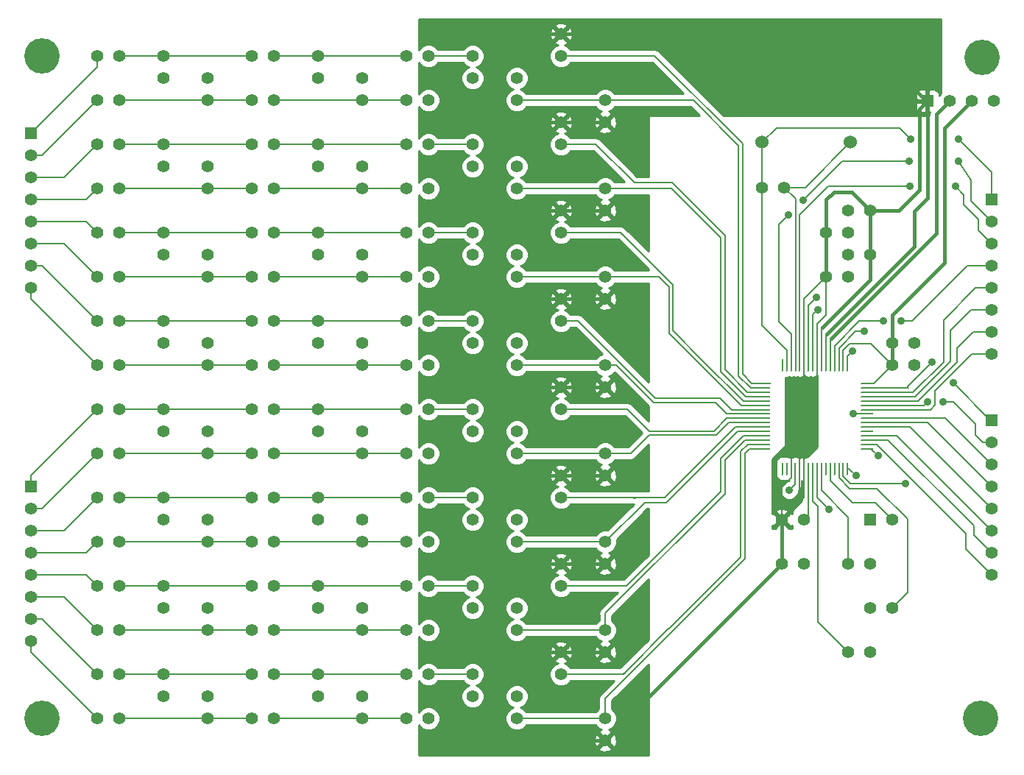
<source format=gtl>
G04 (created by PCBNEW-RS274X (2011-11-30 BZR 3250)-stable) date Mon 09 Jan 2012 02:26:34 AM UTC*
G01*
G70*
G90*
%MOIN*%
G04 Gerber Fmt 3.4, Leading zero omitted, Abs format*
%FSLAX34Y34*%
G04 APERTURE LIST*
%ADD10C,0.006000*%
%ADD11R,0.060000X0.009800*%
%ADD12O,0.060000X0.009800*%
%ADD13O,0.009800X0.060000*%
%ADD14R,0.055000X0.055000*%
%ADD15C,0.055000*%
%ADD16C,0.060000*%
%ADD17C,0.160000*%
%ADD18C,0.035000*%
%ADD19C,0.016000*%
%ADD20C,0.008000*%
%ADD21C,0.010000*%
G04 APERTURE END LIST*
G54D10*
G54D11*
X68185Y-43831D03*
G54D12*
X68185Y-44028D03*
X68185Y-44225D03*
X68185Y-44422D03*
X68185Y-44619D03*
X68185Y-44815D03*
X68185Y-45012D03*
X68185Y-45209D03*
X68185Y-45406D03*
X68185Y-45603D03*
X68185Y-45800D03*
X68185Y-45996D03*
X68185Y-46193D03*
X68185Y-46390D03*
X68185Y-46587D03*
X68185Y-46784D03*
G54D13*
X69020Y-47682D03*
X69217Y-47682D03*
X69414Y-47682D03*
X69611Y-47682D03*
X69808Y-47682D03*
X70004Y-47682D03*
X70201Y-47682D03*
X70398Y-47682D03*
X70595Y-47682D03*
X70792Y-47682D03*
X70989Y-47682D03*
X71185Y-47682D03*
X71382Y-47682D03*
X71579Y-47682D03*
X71776Y-47682D03*
X71973Y-47682D03*
G54D12*
X72871Y-46784D03*
X72871Y-46587D03*
X72871Y-46390D03*
X72871Y-46193D03*
X72871Y-45996D03*
X72871Y-45800D03*
X72871Y-45603D03*
X72871Y-45406D03*
X72871Y-45209D03*
X72871Y-45012D03*
X72871Y-44815D03*
X72871Y-44619D03*
X72871Y-44422D03*
X72871Y-44225D03*
X72871Y-44028D03*
X72871Y-43831D03*
G54D13*
X71973Y-42996D03*
X71776Y-42996D03*
X71382Y-42996D03*
X71579Y-42989D03*
X71185Y-42996D03*
X70989Y-42996D03*
X70792Y-42996D03*
X70595Y-42996D03*
X70398Y-42996D03*
X70201Y-42996D03*
X70007Y-42996D03*
X69810Y-42996D03*
X69613Y-42996D03*
X69416Y-42996D03*
X69220Y-42996D03*
X69023Y-42996D03*
G54D14*
X78500Y-45500D03*
G54D15*
X78500Y-46500D03*
X78500Y-47500D03*
X78500Y-48500D03*
X78500Y-49500D03*
X78500Y-50500D03*
X78500Y-51500D03*
X78500Y-52500D03*
G54D14*
X78500Y-35500D03*
G54D15*
X78500Y-36500D03*
X78500Y-37500D03*
X78500Y-38500D03*
X78500Y-39500D03*
X78500Y-40500D03*
X78500Y-41500D03*
X78500Y-42500D03*
G54D14*
X35000Y-48500D03*
G54D15*
X35000Y-49500D03*
X35000Y-50500D03*
X35000Y-51500D03*
X35000Y-52500D03*
X35000Y-53500D03*
X35000Y-54500D03*
X35000Y-55500D03*
G54D14*
X35000Y-32500D03*
G54D15*
X35000Y-33500D03*
X35000Y-34500D03*
X35000Y-35500D03*
X35000Y-36500D03*
X35000Y-37500D03*
X35000Y-38500D03*
X35000Y-39500D03*
G54D14*
X75594Y-31031D03*
G54D15*
X76594Y-31031D03*
X77594Y-31031D03*
X78594Y-31031D03*
G54D16*
X68106Y-32902D03*
X72106Y-32902D03*
G54D15*
X46000Y-43000D03*
X45000Y-43000D03*
X46000Y-31000D03*
X45000Y-31000D03*
X46000Y-33000D03*
X45000Y-33000D03*
X46000Y-35000D03*
X45000Y-35000D03*
X46000Y-45000D03*
X45000Y-45000D03*
X46000Y-47000D03*
X45000Y-47000D03*
X46000Y-49000D03*
X45000Y-49000D03*
X46000Y-51000D03*
X45000Y-51000D03*
X46000Y-37000D03*
X45000Y-37000D03*
X46000Y-39000D03*
X45000Y-39000D03*
X46000Y-41000D03*
X45000Y-41000D03*
X39000Y-55000D03*
X38000Y-55000D03*
X46000Y-53000D03*
X45000Y-53000D03*
X46000Y-55000D03*
X45000Y-55000D03*
X46000Y-57000D03*
X45000Y-57000D03*
X46000Y-29000D03*
X45000Y-29000D03*
X39000Y-59000D03*
X38000Y-59000D03*
X39000Y-57000D03*
X38000Y-57000D03*
X55000Y-29000D03*
X55000Y-30000D03*
X39000Y-53000D03*
X38000Y-53000D03*
X39000Y-43000D03*
X38000Y-43000D03*
X39000Y-41000D03*
X38000Y-41000D03*
X39000Y-39000D03*
X38000Y-39000D03*
X39000Y-37000D03*
X38000Y-37000D03*
X39000Y-51000D03*
X38000Y-51000D03*
X39000Y-49000D03*
X38000Y-49000D03*
X39000Y-47000D03*
X38000Y-47000D03*
X39000Y-45000D03*
X38000Y-45000D03*
X39000Y-35000D03*
X38000Y-35000D03*
X59000Y-36000D03*
X59000Y-37000D03*
X59000Y-28000D03*
X59000Y-29000D03*
X61000Y-32000D03*
X61000Y-31000D03*
X59000Y-32000D03*
X59000Y-33000D03*
X61000Y-36000D03*
X61000Y-35000D03*
X59000Y-44000D03*
X59000Y-45000D03*
X61000Y-48000D03*
X61000Y-47000D03*
X59000Y-48000D03*
X59000Y-49000D03*
X61000Y-52000D03*
X61000Y-51000D03*
X57000Y-59000D03*
X57000Y-58000D03*
X61000Y-40000D03*
X61000Y-39000D03*
X59000Y-40000D03*
X59000Y-41000D03*
X61000Y-44000D03*
X61000Y-43000D03*
X59000Y-52000D03*
X59000Y-53000D03*
X61000Y-56000D03*
X61000Y-55000D03*
X59000Y-56000D03*
X59000Y-57000D03*
X61000Y-60000D03*
X61000Y-59000D03*
X46000Y-59000D03*
X45000Y-59000D03*
X55000Y-57000D03*
X55000Y-58000D03*
X57000Y-55000D03*
X57000Y-54000D03*
X55000Y-53000D03*
X55000Y-54000D03*
X57000Y-43000D03*
X57000Y-42000D03*
X55000Y-41000D03*
X55000Y-42000D03*
X57000Y-39000D03*
X57000Y-38000D03*
X55000Y-37000D03*
X55000Y-38000D03*
X57000Y-51000D03*
X57000Y-50000D03*
X55000Y-49000D03*
X55000Y-50000D03*
X57000Y-47000D03*
X57000Y-46000D03*
X55000Y-45000D03*
X55000Y-46000D03*
X57000Y-35000D03*
X57000Y-34000D03*
X55000Y-33000D03*
X55000Y-34000D03*
X57000Y-31000D03*
X57000Y-30000D03*
X39000Y-29000D03*
X38000Y-29000D03*
X39000Y-31000D03*
X38000Y-31000D03*
X39000Y-33000D03*
X38000Y-33000D03*
G54D14*
X73000Y-50000D03*
G54D15*
X74000Y-50000D03*
X50000Y-39000D03*
X50000Y-38000D03*
X50000Y-31000D03*
X50000Y-30000D03*
X48000Y-33000D03*
X48000Y-34000D03*
X50000Y-35000D03*
X50000Y-34000D03*
X48000Y-45000D03*
X48000Y-46000D03*
X50000Y-47000D03*
X50000Y-46000D03*
X48000Y-49000D03*
X48000Y-50000D03*
X50000Y-51000D03*
X50000Y-50000D03*
X48000Y-37000D03*
X48000Y-38000D03*
X41000Y-57000D03*
X41000Y-58000D03*
X48000Y-41000D03*
X48000Y-42000D03*
X50000Y-43000D03*
X50000Y-42000D03*
X48000Y-53000D03*
X48000Y-54000D03*
X50000Y-55000D03*
X50000Y-54000D03*
X48000Y-57000D03*
X48000Y-58000D03*
X48000Y-29000D03*
X48000Y-30000D03*
X43000Y-59000D03*
X43000Y-58000D03*
X43000Y-31000D03*
X43000Y-30000D03*
X43000Y-55000D03*
X43000Y-54000D03*
X41000Y-53000D03*
X41000Y-54000D03*
X43000Y-43000D03*
X43000Y-42000D03*
X41000Y-41000D03*
X41000Y-42000D03*
X43000Y-39000D03*
X43000Y-38000D03*
X41000Y-37000D03*
X41000Y-38000D03*
X43000Y-51000D03*
X43000Y-50000D03*
X41000Y-49000D03*
X41000Y-50000D03*
X43000Y-47000D03*
X43000Y-46000D03*
X41000Y-45000D03*
X41000Y-46000D03*
X43000Y-35000D03*
X43000Y-34000D03*
X41000Y-33000D03*
X41000Y-34000D03*
X52000Y-57000D03*
X53000Y-57000D03*
X41000Y-29000D03*
X41000Y-30000D03*
X74000Y-43000D03*
X75000Y-43000D03*
X74000Y-42000D03*
X75000Y-42000D03*
X68087Y-34949D03*
X69087Y-34949D03*
X74000Y-54000D03*
X73000Y-54000D03*
X72000Y-52000D03*
X73000Y-52000D03*
X72000Y-38000D03*
X73000Y-38000D03*
X72000Y-56000D03*
X73000Y-56000D03*
X72000Y-36000D03*
X73000Y-36000D03*
X69000Y-50000D03*
X70000Y-50000D03*
X71000Y-39000D03*
X72000Y-39000D03*
X69000Y-52000D03*
X70000Y-52000D03*
X71000Y-37000D03*
X72000Y-37000D03*
X52000Y-59000D03*
X53000Y-59000D03*
X50000Y-59000D03*
X50000Y-58000D03*
X52000Y-55000D03*
X53000Y-55000D03*
X52000Y-53000D03*
X53000Y-53000D03*
X52000Y-43000D03*
X53000Y-43000D03*
X52000Y-41000D03*
X53000Y-41000D03*
X52000Y-39000D03*
X53000Y-39000D03*
X52000Y-37000D03*
X53000Y-37000D03*
X52000Y-51000D03*
X53000Y-51000D03*
X52000Y-49000D03*
X53000Y-49000D03*
X52000Y-47000D03*
X53000Y-47000D03*
X52000Y-45000D03*
X53000Y-45000D03*
X52000Y-35000D03*
X53000Y-35000D03*
X52000Y-33000D03*
X53000Y-33000D03*
X52000Y-31000D03*
X53000Y-31000D03*
X52000Y-29000D03*
X53000Y-29000D03*
G54D17*
X78000Y-59000D03*
X35500Y-59000D03*
X35500Y-29000D03*
X78063Y-29051D03*
G54D18*
X69330Y-48662D03*
X71115Y-49530D03*
X72350Y-48000D03*
X70625Y-40479D03*
X70569Y-39933D03*
X72200Y-42376D03*
X72745Y-41466D03*
X74600Y-48350D03*
X72228Y-45189D03*
X73350Y-47100D03*
X75811Y-42866D03*
X76756Y-43811D03*
X74400Y-41000D03*
X73600Y-41000D03*
X74800Y-34900D03*
X76866Y-34890D03*
X77000Y-32750D03*
X74835Y-32752D03*
X69960Y-35520D03*
X69290Y-36190D03*
X74750Y-33750D03*
X77000Y-33750D03*
X75600Y-44650D03*
X76300Y-44650D03*
G54D19*
X76364Y-38372D02*
X74000Y-40736D01*
X74000Y-42000D02*
X74000Y-40736D01*
X76364Y-32261D02*
X77594Y-31031D01*
X74000Y-42000D02*
X74000Y-43000D01*
G54D20*
X72871Y-43831D02*
X73169Y-43831D01*
X73169Y-43831D02*
X74000Y-43000D01*
X71776Y-42996D02*
X71776Y-42335D01*
X71776Y-42335D02*
X72068Y-42043D01*
X72068Y-42043D02*
X73043Y-42043D01*
X73043Y-42043D02*
X74000Y-43000D01*
G54D19*
X76364Y-38372D02*
X76364Y-32261D01*
X59000Y-56000D02*
X58997Y-55997D01*
G54D20*
X70004Y-44649D02*
X70004Y-43813D01*
G54D19*
X61000Y-56000D02*
X59000Y-56000D01*
G54D20*
X70595Y-43986D02*
X70595Y-43988D01*
X70595Y-42996D02*
X70595Y-43986D01*
X69414Y-45453D02*
X69414Y-47682D01*
G54D19*
X61000Y-52000D02*
X59000Y-52000D01*
X59000Y-52000D02*
X58987Y-51987D01*
X61000Y-40000D02*
X59000Y-40000D01*
X61000Y-36000D02*
X59000Y-36000D01*
X59000Y-36000D02*
X58963Y-36037D01*
X59000Y-32000D02*
X61000Y-32000D01*
G54D20*
X70007Y-43810D02*
X70007Y-42996D01*
X70004Y-43813D02*
X70007Y-43810D01*
X70004Y-45194D02*
X70004Y-44649D01*
X70004Y-47682D02*
X70004Y-45194D01*
X70595Y-44272D02*
X69414Y-45453D01*
G54D19*
X72157Y-35157D02*
X73000Y-36000D01*
G54D20*
X70595Y-43986D02*
X70595Y-44058D01*
X70595Y-44058D02*
X70595Y-44272D01*
X69808Y-45390D02*
X70004Y-45194D01*
X69808Y-47682D02*
X69808Y-45426D01*
X69808Y-45426D02*
X69808Y-45390D01*
X70595Y-42996D02*
X70595Y-41118D01*
X69414Y-49586D02*
X69000Y-50000D01*
X69808Y-49192D02*
X69000Y-50000D01*
X69808Y-47682D02*
X69808Y-49192D01*
X70004Y-48996D02*
X69000Y-50000D01*
X70004Y-47682D02*
X70004Y-48996D01*
X70007Y-39993D02*
X71000Y-39000D01*
X70007Y-42996D02*
X70007Y-39993D01*
X70595Y-39405D02*
X71000Y-39000D01*
X70595Y-41118D02*
X71000Y-40713D01*
X71000Y-40713D02*
X71000Y-39000D01*
G54D19*
X59000Y-28000D02*
X72492Y-28000D01*
G54D20*
X69000Y-48516D02*
X69000Y-50000D01*
X69414Y-48102D02*
X69000Y-48516D01*
X69414Y-47682D02*
X69414Y-48102D01*
G54D19*
X73000Y-38000D02*
X73000Y-36000D01*
X71000Y-39000D02*
X71000Y-37000D01*
X73000Y-39127D02*
X70830Y-41297D01*
X71350Y-35157D02*
X72157Y-35157D01*
X71000Y-35507D02*
X71350Y-35157D01*
X71000Y-37000D02*
X71000Y-35507D01*
X69000Y-50000D02*
X69000Y-52000D01*
X73000Y-36000D02*
X74288Y-36000D01*
X56569Y-48000D02*
X56232Y-48337D01*
X59000Y-48000D02*
X56569Y-48000D01*
X56494Y-44000D02*
X56144Y-44350D01*
X59000Y-44000D02*
X56494Y-44000D01*
X56311Y-40000D02*
X56144Y-40167D01*
X59000Y-40000D02*
X56311Y-40000D01*
X56462Y-36000D02*
X56144Y-36318D01*
X59000Y-36000D02*
X56462Y-36000D01*
X56526Y-32000D02*
X56144Y-32382D01*
X59000Y-32000D02*
X56526Y-32000D01*
X75230Y-35058D02*
X74288Y-36000D01*
X59000Y-52000D02*
X56634Y-52000D01*
X75230Y-31395D02*
X75594Y-31031D01*
X75230Y-35058D02*
X75230Y-31395D01*
X74983Y-36041D02*
X75594Y-35430D01*
X75594Y-35430D02*
X75594Y-31031D01*
G54D20*
X70989Y-42996D02*
X70989Y-41618D01*
X70989Y-41618D02*
X71020Y-41587D01*
G54D19*
X74983Y-37625D02*
X71020Y-41587D01*
X74983Y-37625D02*
X74983Y-36041D01*
X75523Y-31031D02*
X72492Y-28000D01*
X75594Y-31031D02*
X75523Y-31031D01*
X56144Y-52490D02*
X56144Y-56515D01*
X59000Y-48000D02*
X58997Y-47997D01*
X61000Y-48000D02*
X59000Y-48000D01*
X61000Y-44000D02*
X59000Y-44000D01*
G54D20*
X70792Y-41335D02*
X70830Y-41297D01*
G54D19*
X73000Y-39127D02*
X73000Y-38000D01*
G54D20*
X70792Y-42996D02*
X70792Y-41335D01*
G54D19*
X56144Y-59862D02*
X56282Y-60000D01*
X56144Y-56515D02*
X56144Y-59862D01*
X56282Y-60000D02*
X61000Y-60000D01*
X61000Y-60000D02*
X69000Y-52000D01*
X56144Y-44350D02*
X56144Y-52490D01*
X56144Y-40167D02*
X56144Y-44350D01*
X56144Y-36318D02*
X56144Y-40167D01*
X56144Y-32382D02*
X56144Y-36318D01*
X57140Y-28000D02*
X56144Y-28996D01*
X56144Y-28996D02*
X56144Y-32382D01*
X59000Y-28000D02*
X57140Y-28000D01*
X56659Y-56000D02*
X56144Y-56515D01*
X59000Y-56000D02*
X56659Y-56000D01*
X56634Y-52000D02*
X56144Y-52490D01*
G54D20*
X69611Y-47682D02*
X69611Y-48381D01*
X69611Y-48381D02*
X69330Y-48662D01*
X70595Y-49010D02*
X71115Y-49530D01*
X70595Y-47682D02*
X70595Y-49010D01*
G54D19*
X75990Y-37036D02*
X71230Y-41796D01*
G54D20*
X71185Y-41841D02*
X71230Y-41796D01*
X71185Y-42996D02*
X71185Y-41841D01*
G54D19*
X75990Y-31635D02*
X76594Y-31031D01*
X75990Y-37036D02*
X75990Y-31635D01*
G54D20*
X70398Y-42996D02*
X70398Y-40706D01*
X72032Y-47682D02*
X72350Y-48000D01*
X71973Y-47682D02*
X72032Y-47682D01*
X70398Y-40706D02*
X70625Y-40479D01*
X70201Y-49799D02*
X70000Y-50000D01*
X70201Y-47682D02*
X70201Y-49799D01*
X70201Y-40301D02*
X70569Y-39933D01*
X70201Y-42996D02*
X70201Y-40301D01*
X71973Y-42603D02*
X72200Y-42376D01*
X71973Y-42996D02*
X71973Y-42603D01*
X71579Y-42989D02*
X71579Y-42227D01*
X72340Y-41466D02*
X72745Y-41466D01*
X71579Y-42227D02*
X72340Y-41466D01*
X72248Y-45209D02*
X72228Y-45189D01*
X72871Y-45209D02*
X72248Y-45209D01*
X71776Y-48026D02*
X72100Y-48350D01*
X72100Y-48350D02*
X74600Y-48350D01*
X71776Y-48026D02*
X71776Y-47682D01*
X73034Y-46784D02*
X73350Y-47100D01*
X73034Y-46784D02*
X72871Y-46784D01*
X41000Y-49000D02*
X45000Y-49000D01*
X39000Y-49000D02*
X41000Y-49000D01*
X48000Y-49000D02*
X52000Y-49000D01*
X46000Y-49000D02*
X48000Y-49000D01*
X59000Y-49000D02*
X62350Y-49000D01*
X62350Y-49000D02*
X62370Y-49020D01*
X62279Y-49000D02*
X62370Y-49000D01*
X62370Y-49020D02*
X62370Y-49000D01*
X62279Y-49000D02*
X62295Y-49016D01*
X63689Y-49000D02*
X62370Y-49000D01*
X53000Y-49000D02*
X55000Y-49000D01*
X66889Y-45800D02*
X63689Y-49000D01*
X68185Y-45800D02*
X66889Y-45800D01*
X35000Y-54500D02*
X35500Y-54500D01*
X35500Y-54500D02*
X38000Y-57000D01*
X35000Y-51500D02*
X37500Y-51500D01*
X37500Y-51500D02*
X38000Y-51000D01*
X35000Y-49500D02*
X35500Y-49500D01*
X35500Y-49500D02*
X38000Y-47000D01*
X62150Y-47000D02*
X62989Y-46161D01*
X66032Y-46161D02*
X66036Y-46161D01*
X62989Y-46161D02*
X66032Y-46161D01*
X61000Y-47000D02*
X62150Y-47000D01*
X66590Y-45603D02*
X66032Y-46161D01*
X68185Y-45603D02*
X66590Y-45603D01*
X57000Y-47000D02*
X61000Y-47000D01*
X43000Y-47000D02*
X45000Y-47000D01*
X39000Y-47000D02*
X43000Y-47000D01*
X50000Y-47000D02*
X52000Y-47000D01*
X46000Y-47000D02*
X50000Y-47000D01*
X50000Y-47000D02*
X50102Y-47102D01*
X35000Y-53500D02*
X36500Y-53500D01*
X36500Y-53500D02*
X38000Y-55000D01*
X35000Y-55500D02*
X35000Y-56000D01*
X35000Y-56000D02*
X38000Y-59000D01*
X46000Y-57000D02*
X48000Y-57000D01*
X48000Y-57000D02*
X52000Y-57000D01*
X72871Y-45603D02*
X75603Y-45603D01*
X75603Y-45603D02*
X78500Y-48500D01*
X72871Y-45406D02*
X76406Y-45406D01*
X76406Y-45406D02*
X78500Y-47500D01*
X74709Y-44028D02*
X74722Y-44028D01*
X74600Y-44028D02*
X74623Y-44028D01*
X72871Y-44028D02*
X74600Y-44028D01*
X74600Y-44028D02*
X74709Y-44028D01*
X74709Y-43968D02*
X75811Y-42866D01*
X74709Y-44028D02*
X74709Y-43968D01*
X78445Y-45500D02*
X78500Y-45500D01*
X76756Y-43811D02*
X78445Y-45500D01*
X71382Y-42996D02*
X71382Y-42118D01*
X74900Y-41000D02*
X77400Y-38500D01*
X74400Y-41000D02*
X74900Y-41000D01*
X72500Y-41000D02*
X73600Y-41000D01*
X77400Y-38500D02*
X78500Y-38500D01*
X71382Y-42118D02*
X72500Y-41000D01*
X69810Y-36190D02*
X71100Y-34900D01*
X71100Y-34900D02*
X74800Y-34900D01*
X77906Y-36379D02*
X77906Y-36906D01*
X69810Y-36200D02*
X69810Y-36190D01*
X69810Y-36800D02*
X69810Y-36200D01*
X69810Y-36200D02*
X69810Y-36210D01*
X69810Y-42996D02*
X69810Y-36800D01*
X76866Y-34890D02*
X76871Y-34890D01*
X76866Y-34905D02*
X77244Y-35283D01*
X77244Y-35283D02*
X77244Y-35717D01*
X77244Y-35717D02*
X77906Y-36379D01*
X77906Y-36906D02*
X78500Y-37500D01*
X76866Y-34890D02*
X76866Y-34905D01*
X70398Y-47682D02*
X70398Y-49165D01*
X70398Y-49165D02*
X70614Y-49381D01*
X70614Y-49381D02*
X70614Y-54614D01*
X70614Y-54614D02*
X72000Y-56000D01*
X71185Y-47682D02*
X71185Y-48213D01*
X73240Y-49240D02*
X74000Y-50000D01*
X72212Y-49240D02*
X73240Y-49240D01*
X71185Y-48213D02*
X72212Y-49240D01*
X74341Y-32258D02*
X74835Y-32752D01*
X68087Y-34948D02*
X68087Y-34949D01*
X68750Y-32258D02*
X74341Y-32258D01*
X78500Y-34250D02*
X77000Y-32750D01*
X69220Y-42996D02*
X69220Y-42319D01*
X69220Y-42319D02*
X68087Y-41186D01*
X68087Y-41186D02*
X68087Y-34949D01*
X78500Y-34250D02*
X78500Y-35500D01*
X68106Y-32902D02*
X68750Y-32258D01*
X68087Y-32921D02*
X68106Y-32902D01*
X68087Y-34949D02*
X68087Y-32921D01*
X69087Y-34949D02*
X70059Y-34949D01*
X70059Y-34949D02*
X72106Y-32902D01*
X69613Y-42996D02*
X69613Y-35475D01*
X69613Y-35475D02*
X69087Y-34949D01*
X48000Y-45000D02*
X52000Y-45000D01*
X46000Y-45000D02*
X48000Y-45000D01*
X41000Y-45000D02*
X45000Y-45000D01*
X39000Y-45000D02*
X41000Y-45000D01*
X62010Y-45000D02*
X59000Y-45000D01*
X62010Y-45000D02*
X62989Y-45979D01*
X62989Y-45979D02*
X65937Y-45979D01*
X68185Y-45406D02*
X66510Y-45406D01*
X53000Y-45000D02*
X55000Y-45000D01*
X66510Y-45406D02*
X65937Y-45979D01*
X70792Y-47682D02*
X70792Y-48678D01*
X72000Y-49886D02*
X72000Y-52000D01*
X70792Y-48678D02*
X72000Y-49886D01*
X74697Y-49974D02*
X74697Y-53303D01*
X71579Y-48102D02*
X72060Y-48583D01*
X72060Y-48583D02*
X73306Y-48583D01*
X73306Y-48583D02*
X74697Y-49974D01*
X74697Y-53303D02*
X74000Y-54000D01*
X71579Y-47682D02*
X71579Y-48102D01*
X35000Y-48500D02*
X35000Y-48000D01*
X35000Y-48000D02*
X38000Y-45000D01*
X35000Y-50500D02*
X36500Y-50500D01*
X36500Y-50500D02*
X38000Y-49000D01*
X48000Y-29000D02*
X46000Y-29000D01*
X52000Y-29000D02*
X48000Y-29000D01*
X45000Y-29000D02*
X41000Y-29000D01*
X41000Y-29000D02*
X39000Y-29000D01*
X68185Y-43831D02*
X67642Y-43831D01*
X63245Y-29001D02*
X67221Y-32977D01*
X67221Y-32977D02*
X67221Y-43410D01*
X67642Y-43831D02*
X67221Y-43410D01*
X63245Y-29000D02*
X63245Y-29001D01*
X63043Y-29000D02*
X63245Y-29000D01*
X62949Y-29000D02*
X63043Y-29000D01*
X63043Y-29000D02*
X59000Y-29000D01*
X55000Y-29000D02*
X53000Y-29000D01*
X35000Y-35500D02*
X37500Y-35500D01*
X37500Y-35500D02*
X38000Y-35000D01*
X35000Y-36500D02*
X37500Y-36500D01*
X37500Y-36500D02*
X38000Y-37000D01*
X36500Y-37500D02*
X38000Y-39000D01*
X35000Y-37500D02*
X36500Y-37500D01*
X66232Y-37205D02*
X66232Y-37213D01*
X64012Y-35000D02*
X61000Y-35000D01*
X66225Y-37213D02*
X64012Y-35000D01*
X66232Y-37213D02*
X66225Y-37213D01*
X67347Y-44422D02*
X66232Y-43307D01*
X66232Y-43307D02*
X66232Y-37213D01*
X68185Y-44422D02*
X67347Y-44422D01*
X57000Y-35000D02*
X61000Y-35000D01*
X35000Y-33500D02*
X35500Y-33500D01*
X35500Y-33500D02*
X38000Y-31000D01*
X43000Y-35000D02*
X45000Y-35000D01*
X39000Y-35000D02*
X43000Y-35000D01*
X50000Y-35000D02*
X52000Y-35000D01*
X46000Y-35000D02*
X50000Y-35000D01*
X35000Y-38500D02*
X35500Y-38500D01*
X35500Y-38500D02*
X38000Y-41000D01*
X57000Y-31000D02*
X61000Y-31000D01*
X67035Y-33051D02*
X64984Y-31000D01*
X67035Y-43484D02*
X67035Y-33051D01*
X67579Y-44028D02*
X67035Y-43484D01*
X64984Y-31000D02*
X64662Y-31000D01*
X64662Y-31000D02*
X61000Y-31000D01*
X68185Y-44028D02*
X67579Y-44028D01*
X43000Y-31000D02*
X45000Y-31000D01*
X39000Y-31000D02*
X43000Y-31000D01*
X50000Y-31000D02*
X52000Y-31000D01*
X46000Y-31000D02*
X50000Y-31000D01*
X78500Y-39500D02*
X77771Y-39500D01*
X74936Y-44225D02*
X72871Y-44225D01*
X76315Y-42846D02*
X74936Y-44225D01*
X76315Y-40956D02*
X76315Y-42846D01*
X77771Y-39500D02*
X76315Y-40956D01*
X72871Y-46193D02*
X74193Y-46193D01*
X74193Y-46193D02*
X78500Y-50500D01*
X77551Y-40500D02*
X78500Y-40500D01*
X76615Y-42831D02*
X76615Y-41436D01*
X75024Y-44422D02*
X76615Y-42831D01*
X76615Y-41436D02*
X77551Y-40500D01*
X72871Y-44422D02*
X75024Y-44422D01*
X77680Y-50680D02*
X78500Y-51500D01*
X77680Y-50267D02*
X77680Y-50680D01*
X73803Y-46390D02*
X77680Y-50267D01*
X72871Y-46390D02*
X73803Y-46390D01*
X72871Y-44619D02*
X75172Y-44619D01*
X77661Y-41500D02*
X78500Y-41500D01*
X76930Y-42231D02*
X77661Y-41500D01*
X76930Y-42861D02*
X76930Y-42231D01*
X75172Y-44619D02*
X76930Y-42861D01*
X72871Y-46587D02*
X73300Y-46587D01*
X73300Y-46587D02*
X77340Y-50627D01*
X77340Y-50627D02*
X77340Y-51340D01*
X77340Y-51340D02*
X78500Y-52500D01*
X72871Y-45800D02*
X74800Y-45800D01*
X74800Y-45800D02*
X78500Y-49500D01*
X35000Y-39500D02*
X35000Y-40000D01*
X35000Y-40000D02*
X38000Y-43000D01*
X72871Y-45012D02*
X75714Y-45012D01*
X75935Y-44791D02*
X75935Y-44152D01*
X75714Y-45012D02*
X75935Y-44791D01*
X75935Y-44152D02*
X77587Y-42500D01*
X77587Y-42500D02*
X78500Y-42500D01*
X57000Y-39000D02*
X61000Y-39000D01*
X68185Y-44815D02*
X67150Y-44815D01*
X63885Y-41550D02*
X65248Y-42913D01*
X63885Y-39469D02*
X63885Y-41550D01*
X63416Y-39000D02*
X63885Y-39469D01*
X61000Y-39000D02*
X63416Y-39000D01*
X67150Y-44815D02*
X65248Y-42913D01*
X35000Y-52500D02*
X37500Y-52500D01*
X37500Y-52500D02*
X38000Y-53000D01*
X48000Y-33000D02*
X52000Y-33000D01*
X46000Y-33000D02*
X48000Y-33000D01*
X39000Y-33000D02*
X41000Y-33000D01*
X41000Y-33000D02*
X45000Y-33000D01*
X53000Y-41000D02*
X55000Y-41000D01*
X68185Y-45012D02*
X66719Y-45012D01*
X66719Y-45012D02*
X66195Y-44488D01*
X59777Y-41000D02*
X59000Y-41000D01*
X59777Y-41000D02*
X63265Y-44488D01*
X63265Y-44488D02*
X66195Y-44488D01*
X48000Y-41000D02*
X52000Y-41000D01*
X46000Y-41000D02*
X48000Y-41000D01*
X60576Y-33000D02*
X59000Y-33000D01*
X66414Y-37129D02*
X66414Y-43194D01*
X60576Y-33000D02*
X62320Y-34744D01*
X62320Y-34744D02*
X64029Y-34744D01*
X64029Y-34744D02*
X66414Y-37129D01*
X67445Y-44225D02*
X66414Y-43194D01*
X68185Y-44225D02*
X67445Y-44225D01*
X53000Y-33000D02*
X55000Y-33000D01*
X35000Y-34500D02*
X36500Y-34500D01*
X36500Y-34500D02*
X38000Y-33000D01*
X38000Y-29000D02*
X38000Y-29500D01*
X38000Y-29500D02*
X35000Y-32500D01*
X50000Y-39000D02*
X52000Y-39000D01*
X46000Y-39000D02*
X50000Y-39000D01*
X43000Y-39000D02*
X45000Y-39000D01*
X39000Y-39000D02*
X43000Y-39000D01*
X67249Y-44619D02*
X65445Y-42815D01*
X59000Y-37000D02*
X61696Y-37000D01*
X61696Y-37000D02*
X61740Y-37044D01*
X61696Y-37000D02*
X61740Y-37044D01*
X61740Y-37044D02*
X61740Y-37063D01*
X61740Y-37063D02*
X61740Y-37044D01*
X64067Y-39371D02*
X61740Y-37044D01*
X53000Y-37000D02*
X55000Y-37000D01*
X68185Y-44619D02*
X67249Y-44619D01*
X64067Y-39371D02*
X64067Y-41437D01*
X64067Y-41437D02*
X65445Y-42815D01*
X48000Y-37000D02*
X52000Y-37000D01*
X46000Y-37000D02*
X48000Y-37000D01*
X45000Y-37000D02*
X41000Y-37000D01*
X39000Y-37000D02*
X41000Y-37000D01*
X41000Y-41000D02*
X45000Y-41000D01*
X39000Y-41000D02*
X41000Y-41000D01*
X50000Y-43000D02*
X52000Y-43000D01*
X46000Y-43000D02*
X50000Y-43000D01*
X43000Y-43000D02*
X45000Y-43000D01*
X39000Y-43000D02*
X43000Y-43000D01*
X57000Y-43000D02*
X61000Y-43000D01*
X68185Y-45209D02*
X66508Y-45209D01*
X66508Y-45209D02*
X65984Y-44685D01*
X65984Y-44685D02*
X63182Y-44685D01*
X61497Y-43000D02*
X61000Y-43000D01*
X61497Y-43000D02*
X63182Y-44685D01*
X68850Y-41039D02*
X68850Y-37000D01*
X69416Y-42996D02*
X69416Y-41605D01*
X68850Y-37000D02*
X68850Y-36630D01*
X69416Y-41605D02*
X68850Y-41039D01*
X78500Y-36492D02*
X77567Y-35559D01*
X68850Y-36630D02*
X69290Y-36190D01*
X69960Y-35520D02*
X69970Y-35520D01*
X71730Y-33750D02*
X69960Y-35520D01*
X78500Y-36500D02*
X78500Y-36492D01*
X77567Y-34630D02*
X77000Y-33750D01*
X77567Y-35559D02*
X77567Y-34630D01*
X74750Y-33750D02*
X71730Y-33750D01*
X78100Y-46500D02*
X78500Y-46500D01*
X76750Y-44650D02*
X77750Y-45650D01*
X75435Y-44815D02*
X75600Y-44650D01*
X72871Y-44815D02*
X75150Y-44815D01*
X75150Y-44815D02*
X75435Y-44815D01*
X77750Y-45750D02*
X77750Y-46150D01*
X77750Y-45650D02*
X77750Y-45750D01*
X76300Y-44650D02*
X76750Y-44650D01*
X77750Y-46150D02*
X78100Y-46500D01*
X41000Y-57000D02*
X45000Y-57000D01*
X39000Y-57000D02*
X41000Y-57000D01*
X67133Y-47146D02*
X67133Y-46934D01*
X67133Y-46909D02*
X67455Y-46587D01*
X67455Y-46587D02*
X68185Y-46587D01*
X63909Y-54921D02*
X67133Y-51697D01*
X67133Y-51697D02*
X67133Y-47146D01*
X61879Y-56912D02*
X63870Y-54921D01*
X61791Y-57000D02*
X61879Y-56912D01*
X63870Y-54921D02*
X63909Y-54921D01*
X53000Y-57000D02*
X55000Y-57000D01*
X59000Y-57000D02*
X61829Y-57000D01*
X61829Y-57000D02*
X61879Y-56950D01*
X61879Y-56950D02*
X61879Y-56912D01*
X67133Y-46934D02*
X67133Y-46909D01*
X64165Y-54921D02*
X64166Y-54921D01*
X67315Y-47147D02*
X67315Y-47146D01*
X67315Y-46987D02*
X67518Y-46784D01*
X67518Y-46784D02*
X68185Y-46784D01*
X67315Y-47147D02*
X67315Y-46987D01*
X61000Y-58086D02*
X64165Y-54921D01*
X67315Y-51772D02*
X67315Y-47147D01*
X64166Y-54921D02*
X67315Y-51772D01*
X61000Y-59000D02*
X61000Y-58086D01*
X57000Y-59000D02*
X61000Y-59000D01*
X50000Y-59000D02*
X52000Y-59000D01*
X46000Y-59000D02*
X50000Y-59000D01*
X43000Y-59000D02*
X45000Y-59000D01*
X39000Y-59000D02*
X43000Y-59000D01*
X48000Y-53000D02*
X52000Y-53000D01*
X46000Y-53000D02*
X48000Y-53000D01*
X53000Y-53000D02*
X55000Y-53000D01*
X66232Y-47244D02*
X66232Y-47217D01*
X66232Y-47217D02*
X67256Y-46193D01*
X67256Y-46193D02*
X68185Y-46193D01*
X59000Y-53000D02*
X61952Y-53000D01*
X66232Y-48720D02*
X66232Y-47539D01*
X61952Y-53000D02*
X66232Y-48720D01*
X66232Y-47539D02*
X66232Y-47244D01*
X61012Y-54988D02*
X61000Y-55000D01*
X61000Y-54248D02*
X61012Y-54236D01*
X61012Y-54236D02*
X61012Y-54988D01*
X66429Y-47287D02*
X67326Y-46390D01*
X66429Y-48819D02*
X66429Y-47299D01*
X68185Y-46390D02*
X67326Y-46390D01*
X66429Y-47299D02*
X66429Y-47287D01*
X57000Y-55000D02*
X61000Y-55000D01*
X66429Y-48819D02*
X61012Y-54236D01*
X41000Y-53000D02*
X45000Y-53000D01*
X39000Y-53000D02*
X41000Y-53000D01*
X50000Y-55000D02*
X52000Y-55000D01*
X46000Y-55000D02*
X50000Y-55000D01*
X39000Y-55000D02*
X43000Y-55000D01*
X43000Y-55000D02*
X45000Y-55000D01*
X57000Y-51000D02*
X61000Y-51000D01*
X68185Y-45996D02*
X66989Y-45996D01*
X66989Y-45996D02*
X63772Y-49213D01*
X62787Y-49213D02*
X61000Y-51000D01*
X62787Y-49213D02*
X63772Y-49213D01*
X50000Y-51000D02*
X52000Y-51000D01*
X46000Y-51000D02*
X50000Y-51000D01*
X43000Y-51000D02*
X45000Y-51000D01*
X39000Y-51000D02*
X43000Y-51000D01*
G54D10*
G36*
X70600Y-46679D02*
X70151Y-47128D01*
X70143Y-47128D01*
X70097Y-47146D01*
X70074Y-47140D01*
X70054Y-47164D01*
X70035Y-47172D01*
X70005Y-47201D01*
X69967Y-47166D01*
X69951Y-47161D01*
X69934Y-47140D01*
X69906Y-47148D01*
X69878Y-47140D01*
X69860Y-47161D01*
X69845Y-47166D01*
X69805Y-47201D01*
X69777Y-47173D01*
X69758Y-47165D01*
X69738Y-47140D01*
X69714Y-47146D01*
X69670Y-47128D01*
X69553Y-47128D01*
X69507Y-47146D01*
X69484Y-47140D01*
X69464Y-47164D01*
X69445Y-47172D01*
X69413Y-47203D01*
X69383Y-47173D01*
X69364Y-47165D01*
X69344Y-47140D01*
X69320Y-47146D01*
X69276Y-47128D01*
X69159Y-47128D01*
X69118Y-47144D01*
X69079Y-47128D01*
X68962Y-47128D01*
X68854Y-47172D01*
X68772Y-47255D01*
X68727Y-47362D01*
X68727Y-47479D01*
X68727Y-48001D01*
X68771Y-48109D01*
X68854Y-48191D01*
X68961Y-48236D01*
X69078Y-48236D01*
X69118Y-48219D01*
X69158Y-48236D01*
X69275Y-48236D01*
X69314Y-48219D01*
X69314Y-48232D01*
X69321Y-48232D01*
X69321Y-48237D01*
X69246Y-48237D01*
X69090Y-48301D01*
X68970Y-48421D01*
X68905Y-48577D01*
X68905Y-48746D01*
X68969Y-48902D01*
X69089Y-49022D01*
X69245Y-49087D01*
X69414Y-49087D01*
X69570Y-49023D01*
X69690Y-48903D01*
X69755Y-48747D01*
X69755Y-48647D01*
X69816Y-48586D01*
X69879Y-48492D01*
X69901Y-48381D01*
X69901Y-48232D01*
X69904Y-48232D01*
X69908Y-48232D01*
X69911Y-48232D01*
X69911Y-49118D01*
X69450Y-49579D01*
X69450Y-49732D01*
X69361Y-49710D01*
X69290Y-49781D01*
X69290Y-49639D01*
X69267Y-49548D01*
X69074Y-49481D01*
X68870Y-49492D01*
X68733Y-49548D01*
X68710Y-49639D01*
X69000Y-49929D01*
X69290Y-49639D01*
X69290Y-49781D01*
X69071Y-50000D01*
X69361Y-50290D01*
X69450Y-50267D01*
X69450Y-50400D01*
X69280Y-50400D01*
X69290Y-50361D01*
X69000Y-50071D01*
X68710Y-50361D01*
X68719Y-50400D01*
X68550Y-50400D01*
X68550Y-50267D01*
X68639Y-50290D01*
X68929Y-50000D01*
X68639Y-49710D01*
X68550Y-49732D01*
X68550Y-47271D01*
X69150Y-46671D01*
X69150Y-43545D01*
X69161Y-43550D01*
X69278Y-43550D01*
X69318Y-43533D01*
X69357Y-43550D01*
X69474Y-43550D01*
X69514Y-43533D01*
X69554Y-43550D01*
X69671Y-43550D01*
X69711Y-43533D01*
X69751Y-43550D01*
X69868Y-43550D01*
X69913Y-43531D01*
X69937Y-43538D01*
X69956Y-43513D01*
X69976Y-43506D01*
X70005Y-43475D01*
X70035Y-43505D01*
X70057Y-43514D01*
X70077Y-43538D01*
X70098Y-43531D01*
X70142Y-43550D01*
X70259Y-43550D01*
X70299Y-43533D01*
X70339Y-43550D01*
X70456Y-43550D01*
X70501Y-43531D01*
X70525Y-43538D01*
X70544Y-43513D01*
X70564Y-43506D01*
X70593Y-43476D01*
X70600Y-43481D01*
X70600Y-46679D01*
X70600Y-46679D01*
G37*
G54D21*
X70600Y-46679D02*
X70151Y-47128D01*
X70143Y-47128D01*
X70097Y-47146D01*
X70074Y-47140D01*
X70054Y-47164D01*
X70035Y-47172D01*
X70005Y-47201D01*
X69967Y-47166D01*
X69951Y-47161D01*
X69934Y-47140D01*
X69906Y-47148D01*
X69878Y-47140D01*
X69860Y-47161D01*
X69845Y-47166D01*
X69805Y-47201D01*
X69777Y-47173D01*
X69758Y-47165D01*
X69738Y-47140D01*
X69714Y-47146D01*
X69670Y-47128D01*
X69553Y-47128D01*
X69507Y-47146D01*
X69484Y-47140D01*
X69464Y-47164D01*
X69445Y-47172D01*
X69413Y-47203D01*
X69383Y-47173D01*
X69364Y-47165D01*
X69344Y-47140D01*
X69320Y-47146D01*
X69276Y-47128D01*
X69159Y-47128D01*
X69118Y-47144D01*
X69079Y-47128D01*
X68962Y-47128D01*
X68854Y-47172D01*
X68772Y-47255D01*
X68727Y-47362D01*
X68727Y-47479D01*
X68727Y-48001D01*
X68771Y-48109D01*
X68854Y-48191D01*
X68961Y-48236D01*
X69078Y-48236D01*
X69118Y-48219D01*
X69158Y-48236D01*
X69275Y-48236D01*
X69314Y-48219D01*
X69314Y-48232D01*
X69321Y-48232D01*
X69321Y-48237D01*
X69246Y-48237D01*
X69090Y-48301D01*
X68970Y-48421D01*
X68905Y-48577D01*
X68905Y-48746D01*
X68969Y-48902D01*
X69089Y-49022D01*
X69245Y-49087D01*
X69414Y-49087D01*
X69570Y-49023D01*
X69690Y-48903D01*
X69755Y-48747D01*
X69755Y-48647D01*
X69816Y-48586D01*
X69879Y-48492D01*
X69901Y-48381D01*
X69901Y-48232D01*
X69904Y-48232D01*
X69908Y-48232D01*
X69911Y-48232D01*
X69911Y-49118D01*
X69450Y-49579D01*
X69450Y-49732D01*
X69361Y-49710D01*
X69290Y-49781D01*
X69290Y-49639D01*
X69267Y-49548D01*
X69074Y-49481D01*
X68870Y-49492D01*
X68733Y-49548D01*
X68710Y-49639D01*
X69000Y-49929D01*
X69290Y-49639D01*
X69290Y-49781D01*
X69071Y-50000D01*
X69361Y-50290D01*
X69450Y-50267D01*
X69450Y-50400D01*
X69280Y-50400D01*
X69290Y-50361D01*
X69000Y-50071D01*
X68710Y-50361D01*
X68719Y-50400D01*
X68550Y-50400D01*
X68550Y-50267D01*
X68639Y-50290D01*
X68929Y-50000D01*
X68639Y-49710D01*
X68550Y-49732D01*
X68550Y-47271D01*
X69150Y-46671D01*
X69150Y-43545D01*
X69161Y-43550D01*
X69278Y-43550D01*
X69318Y-43533D01*
X69357Y-43550D01*
X69474Y-43550D01*
X69514Y-43533D01*
X69554Y-43550D01*
X69671Y-43550D01*
X69711Y-43533D01*
X69751Y-43550D01*
X69868Y-43550D01*
X69913Y-43531D01*
X69937Y-43538D01*
X69956Y-43513D01*
X69976Y-43506D01*
X70005Y-43475D01*
X70035Y-43505D01*
X70057Y-43514D01*
X70077Y-43538D01*
X70098Y-43531D01*
X70142Y-43550D01*
X70259Y-43550D01*
X70299Y-43533D01*
X70339Y-43550D01*
X70456Y-43550D01*
X70501Y-43531D01*
X70525Y-43538D01*
X70544Y-43513D01*
X70564Y-43506D01*
X70593Y-43476D01*
X70600Y-43481D01*
X70600Y-46679D01*
G54D10*
G36*
X76200Y-30682D02*
X76149Y-30733D01*
X76118Y-30805D01*
X76118Y-30706D01*
X76080Y-30615D01*
X76010Y-30545D01*
X75918Y-30507D01*
X75706Y-30506D01*
X75644Y-30568D01*
X75644Y-30931D01*
X75644Y-30981D01*
X75644Y-31081D01*
X75644Y-31131D01*
X75644Y-31494D01*
X75680Y-31530D01*
X75660Y-31635D01*
X75660Y-31700D01*
X75544Y-31700D01*
X75544Y-31494D01*
X75544Y-31081D01*
X75544Y-30981D01*
X75544Y-30568D01*
X75482Y-30506D01*
X75270Y-30507D01*
X75178Y-30545D01*
X75108Y-30615D01*
X75070Y-30706D01*
X75070Y-30805D01*
X75069Y-30919D01*
X75131Y-30981D01*
X75544Y-30981D01*
X75544Y-31081D01*
X75131Y-31081D01*
X75069Y-31143D01*
X75070Y-31257D01*
X75070Y-31356D01*
X75108Y-31447D01*
X75178Y-31517D01*
X75270Y-31555D01*
X75482Y-31556D01*
X75544Y-31494D01*
X75544Y-31700D01*
X66354Y-31700D01*
X63452Y-28798D01*
X63450Y-28796D01*
X63450Y-28795D01*
X63356Y-28732D01*
X63245Y-28710D01*
X63043Y-28710D01*
X62949Y-28710D01*
X59519Y-28710D01*
X59519Y-28074D01*
X59508Y-27870D01*
X59452Y-27733D01*
X59361Y-27710D01*
X59290Y-27781D01*
X59290Y-27639D01*
X59267Y-27548D01*
X59074Y-27481D01*
X58870Y-27492D01*
X58733Y-27548D01*
X58710Y-27639D01*
X59000Y-27929D01*
X59290Y-27639D01*
X59290Y-27781D01*
X59071Y-28000D01*
X59361Y-28290D01*
X59452Y-28267D01*
X59519Y-28074D01*
X59519Y-28710D01*
X59447Y-28710D01*
X59445Y-28703D01*
X59298Y-28555D01*
X59157Y-28496D01*
X59267Y-28452D01*
X59290Y-28361D01*
X59000Y-28071D01*
X58929Y-28142D01*
X58929Y-28000D01*
X58639Y-27710D01*
X58548Y-27733D01*
X58481Y-27926D01*
X58492Y-28130D01*
X58548Y-28267D01*
X58639Y-28290D01*
X58929Y-28000D01*
X58929Y-28142D01*
X58710Y-28361D01*
X58733Y-28452D01*
X58851Y-28493D01*
X58703Y-28555D01*
X58555Y-28702D01*
X58475Y-28895D01*
X58475Y-29104D01*
X58555Y-29297D01*
X58702Y-29445D01*
X58895Y-29525D01*
X59104Y-29525D01*
X59297Y-29445D01*
X59445Y-29298D01*
X59448Y-29290D01*
X62949Y-29290D01*
X63043Y-29290D01*
X63124Y-29290D01*
X64544Y-30710D01*
X61447Y-30710D01*
X61445Y-30703D01*
X61298Y-30555D01*
X61105Y-30475D01*
X60896Y-30475D01*
X60703Y-30555D01*
X60555Y-30702D01*
X60551Y-30710D01*
X57447Y-30710D01*
X57445Y-30703D01*
X57298Y-30555D01*
X57164Y-30499D01*
X57297Y-30445D01*
X57445Y-30298D01*
X57525Y-30105D01*
X57525Y-29896D01*
X57445Y-29703D01*
X57298Y-29555D01*
X57105Y-29475D01*
X56896Y-29475D01*
X56703Y-29555D01*
X56555Y-29702D01*
X56475Y-29895D01*
X56475Y-30104D01*
X56555Y-30297D01*
X56702Y-30445D01*
X56835Y-30500D01*
X56703Y-30555D01*
X56555Y-30702D01*
X56475Y-30895D01*
X56475Y-31104D01*
X56555Y-31297D01*
X56702Y-31445D01*
X56895Y-31525D01*
X57104Y-31525D01*
X57297Y-31445D01*
X57445Y-31298D01*
X57448Y-31290D01*
X60552Y-31290D01*
X60555Y-31297D01*
X60702Y-31445D01*
X60842Y-31503D01*
X60733Y-31548D01*
X60710Y-31639D01*
X61000Y-31929D01*
X61290Y-31639D01*
X61267Y-31548D01*
X61148Y-31506D01*
X61297Y-31445D01*
X61445Y-31298D01*
X61448Y-31290D01*
X64662Y-31290D01*
X64864Y-31290D01*
X65274Y-31700D01*
X62950Y-31700D01*
X62950Y-34454D01*
X62440Y-34454D01*
X61519Y-33533D01*
X61519Y-32074D01*
X61508Y-31870D01*
X61452Y-31733D01*
X61361Y-31710D01*
X61071Y-32000D01*
X61361Y-32290D01*
X61452Y-32267D01*
X61519Y-32074D01*
X61519Y-33533D01*
X61290Y-33304D01*
X61290Y-32361D01*
X61000Y-32071D01*
X60929Y-32142D01*
X60929Y-32000D01*
X60639Y-31710D01*
X60548Y-31733D01*
X60481Y-31926D01*
X60492Y-32130D01*
X60548Y-32267D01*
X60639Y-32290D01*
X60929Y-32000D01*
X60929Y-32142D01*
X60710Y-32361D01*
X60733Y-32452D01*
X60926Y-32519D01*
X61130Y-32508D01*
X61267Y-32452D01*
X61290Y-32361D01*
X61290Y-33304D01*
X60781Y-32795D01*
X60687Y-32732D01*
X60576Y-32710D01*
X59519Y-32710D01*
X59519Y-32074D01*
X59508Y-31870D01*
X59452Y-31733D01*
X59361Y-31710D01*
X59290Y-31781D01*
X59290Y-31639D01*
X59267Y-31548D01*
X59074Y-31481D01*
X58870Y-31492D01*
X58733Y-31548D01*
X58710Y-31639D01*
X59000Y-31929D01*
X59290Y-31639D01*
X59290Y-31781D01*
X59071Y-32000D01*
X59361Y-32290D01*
X59452Y-32267D01*
X59519Y-32074D01*
X59519Y-32710D01*
X59447Y-32710D01*
X59445Y-32703D01*
X59298Y-32555D01*
X59157Y-32496D01*
X59267Y-32452D01*
X59290Y-32361D01*
X59000Y-32071D01*
X58929Y-32142D01*
X58929Y-32000D01*
X58639Y-31710D01*
X58548Y-31733D01*
X58481Y-31926D01*
X58492Y-32130D01*
X58548Y-32267D01*
X58639Y-32290D01*
X58929Y-32000D01*
X58929Y-32142D01*
X58710Y-32361D01*
X58733Y-32452D01*
X58851Y-32493D01*
X58703Y-32555D01*
X58555Y-32702D01*
X58475Y-32895D01*
X58475Y-33104D01*
X58555Y-33297D01*
X58702Y-33445D01*
X58895Y-33525D01*
X59104Y-33525D01*
X59297Y-33445D01*
X59445Y-33298D01*
X59448Y-33290D01*
X60456Y-33290D01*
X61876Y-34710D01*
X61447Y-34710D01*
X61445Y-34703D01*
X61298Y-34555D01*
X61105Y-34475D01*
X60896Y-34475D01*
X60703Y-34555D01*
X60555Y-34702D01*
X60551Y-34710D01*
X57447Y-34710D01*
X57445Y-34703D01*
X57298Y-34555D01*
X57164Y-34499D01*
X57297Y-34445D01*
X57445Y-34298D01*
X57525Y-34105D01*
X57525Y-33896D01*
X57445Y-33703D01*
X57298Y-33555D01*
X57105Y-33475D01*
X56896Y-33475D01*
X56703Y-33555D01*
X56555Y-33702D01*
X56475Y-33895D01*
X56475Y-34104D01*
X56555Y-34297D01*
X56702Y-34445D01*
X56835Y-34500D01*
X56703Y-34555D01*
X56555Y-34702D01*
X56475Y-34895D01*
X56475Y-35104D01*
X56555Y-35297D01*
X56702Y-35445D01*
X56895Y-35525D01*
X57104Y-35525D01*
X57297Y-35445D01*
X57445Y-35298D01*
X57448Y-35290D01*
X60552Y-35290D01*
X60555Y-35297D01*
X60702Y-35445D01*
X60842Y-35503D01*
X60733Y-35548D01*
X60710Y-35639D01*
X61000Y-35929D01*
X61290Y-35639D01*
X61267Y-35548D01*
X61148Y-35506D01*
X61297Y-35445D01*
X61445Y-35298D01*
X61448Y-35290D01*
X62950Y-35290D01*
X62950Y-37844D01*
X61945Y-36839D01*
X61901Y-36795D01*
X61807Y-36732D01*
X61696Y-36710D01*
X61519Y-36710D01*
X61519Y-36074D01*
X61508Y-35870D01*
X61452Y-35733D01*
X61361Y-35710D01*
X61071Y-36000D01*
X61361Y-36290D01*
X61452Y-36267D01*
X61519Y-36074D01*
X61519Y-36710D01*
X61290Y-36710D01*
X61290Y-36361D01*
X61000Y-36071D01*
X60929Y-36142D01*
X60929Y-36000D01*
X60639Y-35710D01*
X60548Y-35733D01*
X60481Y-35926D01*
X60492Y-36130D01*
X60548Y-36267D01*
X60639Y-36290D01*
X60929Y-36000D01*
X60929Y-36142D01*
X60710Y-36361D01*
X60733Y-36452D01*
X60926Y-36519D01*
X61130Y-36508D01*
X61267Y-36452D01*
X61290Y-36361D01*
X61290Y-36710D01*
X59519Y-36710D01*
X59519Y-36074D01*
X59508Y-35870D01*
X59452Y-35733D01*
X59361Y-35710D01*
X59290Y-35781D01*
X59290Y-35639D01*
X59267Y-35548D01*
X59074Y-35481D01*
X58870Y-35492D01*
X58733Y-35548D01*
X58710Y-35639D01*
X59000Y-35929D01*
X59290Y-35639D01*
X59290Y-35781D01*
X59071Y-36000D01*
X59361Y-36290D01*
X59452Y-36267D01*
X59519Y-36074D01*
X59519Y-36710D01*
X59447Y-36710D01*
X59445Y-36703D01*
X59298Y-36555D01*
X59157Y-36496D01*
X59267Y-36452D01*
X59290Y-36361D01*
X59000Y-36071D01*
X58929Y-36142D01*
X58929Y-36000D01*
X58639Y-35710D01*
X58548Y-35733D01*
X58481Y-35926D01*
X58492Y-36130D01*
X58548Y-36267D01*
X58639Y-36290D01*
X58929Y-36000D01*
X58929Y-36142D01*
X58710Y-36361D01*
X58733Y-36452D01*
X58851Y-36493D01*
X58703Y-36555D01*
X58555Y-36702D01*
X58475Y-36895D01*
X58475Y-37104D01*
X58555Y-37297D01*
X58702Y-37445D01*
X58895Y-37525D01*
X59104Y-37525D01*
X59297Y-37445D01*
X59445Y-37298D01*
X59448Y-37290D01*
X61567Y-37290D01*
X61592Y-37306D01*
X62950Y-38664D01*
X62950Y-38710D01*
X61447Y-38710D01*
X61445Y-38703D01*
X61298Y-38555D01*
X61105Y-38475D01*
X60896Y-38475D01*
X60703Y-38555D01*
X60555Y-38702D01*
X60551Y-38710D01*
X57447Y-38710D01*
X57445Y-38703D01*
X57298Y-38555D01*
X57164Y-38499D01*
X57297Y-38445D01*
X57445Y-38298D01*
X57525Y-38105D01*
X57525Y-37896D01*
X57445Y-37703D01*
X57298Y-37555D01*
X57105Y-37475D01*
X56896Y-37475D01*
X56703Y-37555D01*
X56555Y-37702D01*
X56475Y-37895D01*
X56475Y-38104D01*
X56555Y-38297D01*
X56702Y-38445D01*
X56835Y-38500D01*
X56703Y-38555D01*
X56555Y-38702D01*
X56475Y-38895D01*
X56475Y-39104D01*
X56555Y-39297D01*
X56702Y-39445D01*
X56895Y-39525D01*
X57104Y-39525D01*
X57297Y-39445D01*
X57445Y-39298D01*
X57448Y-39290D01*
X60552Y-39290D01*
X60555Y-39297D01*
X60702Y-39445D01*
X60842Y-39503D01*
X60733Y-39548D01*
X60710Y-39639D01*
X61000Y-39929D01*
X61290Y-39639D01*
X61267Y-39548D01*
X61148Y-39506D01*
X61297Y-39445D01*
X61445Y-39298D01*
X61448Y-39290D01*
X62950Y-39290D01*
X62950Y-43762D01*
X61519Y-42331D01*
X61519Y-40074D01*
X61508Y-39870D01*
X61452Y-39733D01*
X61361Y-39710D01*
X61071Y-40000D01*
X61361Y-40290D01*
X61452Y-40267D01*
X61519Y-40074D01*
X61519Y-42331D01*
X61290Y-42102D01*
X61290Y-40361D01*
X61000Y-40071D01*
X60929Y-40142D01*
X60929Y-40000D01*
X60639Y-39710D01*
X60548Y-39733D01*
X60481Y-39926D01*
X60492Y-40130D01*
X60548Y-40267D01*
X60639Y-40290D01*
X60929Y-40000D01*
X60929Y-40142D01*
X60710Y-40361D01*
X60733Y-40452D01*
X60926Y-40519D01*
X61130Y-40508D01*
X61267Y-40452D01*
X61290Y-40361D01*
X61290Y-42102D01*
X59982Y-40795D01*
X59888Y-40732D01*
X59777Y-40710D01*
X59519Y-40710D01*
X59519Y-40074D01*
X59508Y-39870D01*
X59452Y-39733D01*
X59361Y-39710D01*
X59290Y-39781D01*
X59290Y-39639D01*
X59267Y-39548D01*
X59074Y-39481D01*
X58870Y-39492D01*
X58733Y-39548D01*
X58710Y-39639D01*
X59000Y-39929D01*
X59290Y-39639D01*
X59290Y-39781D01*
X59071Y-40000D01*
X59361Y-40290D01*
X59452Y-40267D01*
X59519Y-40074D01*
X59519Y-40710D01*
X59447Y-40710D01*
X59445Y-40703D01*
X59298Y-40555D01*
X59157Y-40496D01*
X59267Y-40452D01*
X59290Y-40361D01*
X59000Y-40071D01*
X58929Y-40142D01*
X58929Y-40000D01*
X58639Y-39710D01*
X58548Y-39733D01*
X58481Y-39926D01*
X58492Y-40130D01*
X58548Y-40267D01*
X58639Y-40290D01*
X58929Y-40000D01*
X58929Y-40142D01*
X58710Y-40361D01*
X58733Y-40452D01*
X58851Y-40493D01*
X58703Y-40555D01*
X58555Y-40702D01*
X58475Y-40895D01*
X58475Y-41104D01*
X58555Y-41297D01*
X58702Y-41445D01*
X58895Y-41525D01*
X59104Y-41525D01*
X59297Y-41445D01*
X59445Y-41298D01*
X59448Y-41290D01*
X59656Y-41290D01*
X60857Y-42490D01*
X60703Y-42555D01*
X60555Y-42702D01*
X60551Y-42710D01*
X57447Y-42710D01*
X57445Y-42703D01*
X57298Y-42555D01*
X57164Y-42499D01*
X57297Y-42445D01*
X57445Y-42298D01*
X57525Y-42105D01*
X57525Y-41896D01*
X57445Y-41703D01*
X57298Y-41555D01*
X57105Y-41475D01*
X56896Y-41475D01*
X56703Y-41555D01*
X56555Y-41702D01*
X56475Y-41895D01*
X56475Y-42104D01*
X56555Y-42297D01*
X56702Y-42445D01*
X56835Y-42500D01*
X56703Y-42555D01*
X56555Y-42702D01*
X56475Y-42895D01*
X56475Y-43104D01*
X56555Y-43297D01*
X56702Y-43445D01*
X56895Y-43525D01*
X57104Y-43525D01*
X57297Y-43445D01*
X57445Y-43298D01*
X57448Y-43290D01*
X60552Y-43290D01*
X60555Y-43297D01*
X60702Y-43445D01*
X60842Y-43503D01*
X60733Y-43548D01*
X60710Y-43639D01*
X61000Y-43929D01*
X61290Y-43639D01*
X61267Y-43548D01*
X61148Y-43506D01*
X61297Y-43445D01*
X61414Y-43327D01*
X62950Y-44863D01*
X62950Y-45530D01*
X62215Y-44795D01*
X62121Y-44732D01*
X62010Y-44710D01*
X61519Y-44710D01*
X61519Y-44074D01*
X61508Y-43870D01*
X61452Y-43733D01*
X61361Y-43710D01*
X61071Y-44000D01*
X61361Y-44290D01*
X61452Y-44267D01*
X61519Y-44074D01*
X61519Y-44710D01*
X61290Y-44710D01*
X61290Y-44361D01*
X61000Y-44071D01*
X60929Y-44142D01*
X60929Y-44000D01*
X60639Y-43710D01*
X60548Y-43733D01*
X60481Y-43926D01*
X60492Y-44130D01*
X60548Y-44267D01*
X60639Y-44290D01*
X60929Y-44000D01*
X60929Y-44142D01*
X60710Y-44361D01*
X60733Y-44452D01*
X60926Y-44519D01*
X61130Y-44508D01*
X61267Y-44452D01*
X61290Y-44361D01*
X61290Y-44710D01*
X59519Y-44710D01*
X59519Y-44074D01*
X59508Y-43870D01*
X59452Y-43733D01*
X59361Y-43710D01*
X59290Y-43781D01*
X59290Y-43639D01*
X59267Y-43548D01*
X59074Y-43481D01*
X58870Y-43492D01*
X58733Y-43548D01*
X58710Y-43639D01*
X59000Y-43929D01*
X59290Y-43639D01*
X59290Y-43781D01*
X59071Y-44000D01*
X59361Y-44290D01*
X59452Y-44267D01*
X59519Y-44074D01*
X59519Y-44710D01*
X59447Y-44710D01*
X59445Y-44703D01*
X59298Y-44555D01*
X59157Y-44496D01*
X59267Y-44452D01*
X59290Y-44361D01*
X59000Y-44071D01*
X58929Y-44142D01*
X58929Y-44000D01*
X58639Y-43710D01*
X58548Y-43733D01*
X58481Y-43926D01*
X58492Y-44130D01*
X58548Y-44267D01*
X58639Y-44290D01*
X58929Y-44000D01*
X58929Y-44142D01*
X58710Y-44361D01*
X58733Y-44452D01*
X58851Y-44493D01*
X58703Y-44555D01*
X58555Y-44702D01*
X58475Y-44895D01*
X58475Y-45104D01*
X58555Y-45297D01*
X58702Y-45445D01*
X58895Y-45525D01*
X59104Y-45525D01*
X59297Y-45445D01*
X59445Y-45298D01*
X59448Y-45290D01*
X61890Y-45290D01*
X62670Y-46070D01*
X62030Y-46710D01*
X61447Y-46710D01*
X61445Y-46703D01*
X61298Y-46555D01*
X61105Y-46475D01*
X60896Y-46475D01*
X60703Y-46555D01*
X60555Y-46702D01*
X60551Y-46710D01*
X57447Y-46710D01*
X57445Y-46703D01*
X57298Y-46555D01*
X57164Y-46499D01*
X57297Y-46445D01*
X57445Y-46298D01*
X57525Y-46105D01*
X57525Y-45896D01*
X57445Y-45703D01*
X57298Y-45555D01*
X57105Y-45475D01*
X56896Y-45475D01*
X56703Y-45555D01*
X56555Y-45702D01*
X56475Y-45895D01*
X56475Y-46104D01*
X56555Y-46297D01*
X56702Y-46445D01*
X56835Y-46500D01*
X56703Y-46555D01*
X56555Y-46702D01*
X56475Y-46895D01*
X56475Y-47104D01*
X56555Y-47297D01*
X56702Y-47445D01*
X56895Y-47525D01*
X57104Y-47525D01*
X57297Y-47445D01*
X57445Y-47298D01*
X57448Y-47290D01*
X60552Y-47290D01*
X60555Y-47297D01*
X60702Y-47445D01*
X60842Y-47503D01*
X60733Y-47548D01*
X60710Y-47639D01*
X61000Y-47929D01*
X61290Y-47639D01*
X61267Y-47548D01*
X61148Y-47506D01*
X61297Y-47445D01*
X61445Y-47298D01*
X61448Y-47290D01*
X62150Y-47290D01*
X62261Y-47268D01*
X62355Y-47205D01*
X62950Y-46610D01*
X62950Y-48710D01*
X62370Y-48710D01*
X62350Y-48710D01*
X62279Y-48710D01*
X61519Y-48710D01*
X61519Y-48074D01*
X61508Y-47870D01*
X61452Y-47733D01*
X61361Y-47710D01*
X61071Y-48000D01*
X61361Y-48290D01*
X61452Y-48267D01*
X61519Y-48074D01*
X61519Y-48710D01*
X61290Y-48710D01*
X61290Y-48361D01*
X61000Y-48071D01*
X60929Y-48142D01*
X60929Y-48000D01*
X60639Y-47710D01*
X60548Y-47733D01*
X60481Y-47926D01*
X60492Y-48130D01*
X60548Y-48267D01*
X60639Y-48290D01*
X60929Y-48000D01*
X60929Y-48142D01*
X60710Y-48361D01*
X60733Y-48452D01*
X60926Y-48519D01*
X61130Y-48508D01*
X61267Y-48452D01*
X61290Y-48361D01*
X61290Y-48710D01*
X59519Y-48710D01*
X59519Y-48074D01*
X59508Y-47870D01*
X59452Y-47733D01*
X59361Y-47710D01*
X59290Y-47781D01*
X59290Y-47639D01*
X59267Y-47548D01*
X59074Y-47481D01*
X58870Y-47492D01*
X58733Y-47548D01*
X58710Y-47639D01*
X59000Y-47929D01*
X59290Y-47639D01*
X59290Y-47781D01*
X59071Y-48000D01*
X59361Y-48290D01*
X59452Y-48267D01*
X59519Y-48074D01*
X59519Y-48710D01*
X59447Y-48710D01*
X59445Y-48703D01*
X59298Y-48555D01*
X59157Y-48496D01*
X59267Y-48452D01*
X59290Y-48361D01*
X59000Y-48071D01*
X58929Y-48142D01*
X58929Y-48000D01*
X58639Y-47710D01*
X58548Y-47733D01*
X58481Y-47926D01*
X58492Y-48130D01*
X58548Y-48267D01*
X58639Y-48290D01*
X58929Y-48000D01*
X58929Y-48142D01*
X58710Y-48361D01*
X58733Y-48452D01*
X58851Y-48493D01*
X58703Y-48555D01*
X58555Y-48702D01*
X58475Y-48895D01*
X58475Y-49104D01*
X58555Y-49297D01*
X58702Y-49445D01*
X58895Y-49525D01*
X59104Y-49525D01*
X59297Y-49445D01*
X59445Y-49298D01*
X59448Y-49290D01*
X62215Y-49290D01*
X62286Y-49303D01*
X61112Y-50477D01*
X61105Y-50475D01*
X60896Y-50475D01*
X60703Y-50555D01*
X60555Y-50702D01*
X60551Y-50710D01*
X57447Y-50710D01*
X57445Y-50703D01*
X57298Y-50555D01*
X57164Y-50499D01*
X57297Y-50445D01*
X57445Y-50298D01*
X57525Y-50105D01*
X57525Y-49896D01*
X57445Y-49703D01*
X57298Y-49555D01*
X57105Y-49475D01*
X56896Y-49475D01*
X56703Y-49555D01*
X56555Y-49702D01*
X56475Y-49895D01*
X56475Y-50104D01*
X56555Y-50297D01*
X56702Y-50445D01*
X56835Y-50500D01*
X56703Y-50555D01*
X56555Y-50702D01*
X56475Y-50895D01*
X56475Y-51104D01*
X56555Y-51297D01*
X56702Y-51445D01*
X56895Y-51525D01*
X57104Y-51525D01*
X57297Y-51445D01*
X57445Y-51298D01*
X57448Y-51290D01*
X60552Y-51290D01*
X60555Y-51297D01*
X60702Y-51445D01*
X60842Y-51503D01*
X60733Y-51548D01*
X60710Y-51639D01*
X61000Y-51929D01*
X61290Y-51639D01*
X61267Y-51548D01*
X61148Y-51506D01*
X61297Y-51445D01*
X61445Y-51298D01*
X61525Y-51105D01*
X61525Y-50896D01*
X61521Y-50888D01*
X62907Y-49503D01*
X62950Y-49503D01*
X62950Y-51592D01*
X61832Y-52710D01*
X61519Y-52710D01*
X61519Y-52074D01*
X61508Y-51870D01*
X61452Y-51733D01*
X61361Y-51710D01*
X61071Y-52000D01*
X61361Y-52290D01*
X61452Y-52267D01*
X61519Y-52074D01*
X61519Y-52710D01*
X61290Y-52710D01*
X61290Y-52361D01*
X61000Y-52071D01*
X60929Y-52142D01*
X60929Y-52000D01*
X60639Y-51710D01*
X60548Y-51733D01*
X60481Y-51926D01*
X60492Y-52130D01*
X60548Y-52267D01*
X60639Y-52290D01*
X60929Y-52000D01*
X60929Y-52142D01*
X60710Y-52361D01*
X60733Y-52452D01*
X60926Y-52519D01*
X61130Y-52508D01*
X61267Y-52452D01*
X61290Y-52361D01*
X61290Y-52710D01*
X59519Y-52710D01*
X59519Y-52074D01*
X59508Y-51870D01*
X59452Y-51733D01*
X59361Y-51710D01*
X59290Y-51781D01*
X59290Y-51639D01*
X59267Y-51548D01*
X59074Y-51481D01*
X58870Y-51492D01*
X58733Y-51548D01*
X58710Y-51639D01*
X59000Y-51929D01*
X59290Y-51639D01*
X59290Y-51781D01*
X59071Y-52000D01*
X59361Y-52290D01*
X59452Y-52267D01*
X59519Y-52074D01*
X59519Y-52710D01*
X59447Y-52710D01*
X59445Y-52703D01*
X59298Y-52555D01*
X59157Y-52496D01*
X59267Y-52452D01*
X59290Y-52361D01*
X59000Y-52071D01*
X58929Y-52142D01*
X58929Y-52000D01*
X58639Y-51710D01*
X58548Y-51733D01*
X58481Y-51926D01*
X58492Y-52130D01*
X58548Y-52267D01*
X58639Y-52290D01*
X58929Y-52000D01*
X58929Y-52142D01*
X58710Y-52361D01*
X58733Y-52452D01*
X58851Y-52493D01*
X58703Y-52555D01*
X58555Y-52702D01*
X58475Y-52895D01*
X58475Y-53104D01*
X58555Y-53297D01*
X58702Y-53445D01*
X58895Y-53525D01*
X59104Y-53525D01*
X59297Y-53445D01*
X59445Y-53298D01*
X59448Y-53290D01*
X61548Y-53290D01*
X60807Y-54031D01*
X60806Y-54031D01*
X60806Y-54032D01*
X60795Y-54043D01*
X60732Y-54137D01*
X60710Y-54248D01*
X60722Y-54308D01*
X60722Y-54547D01*
X60703Y-54555D01*
X60555Y-54702D01*
X60551Y-54710D01*
X57447Y-54710D01*
X57445Y-54703D01*
X57298Y-54555D01*
X57164Y-54499D01*
X57297Y-54445D01*
X57445Y-54298D01*
X57525Y-54105D01*
X57525Y-53896D01*
X57445Y-53703D01*
X57298Y-53555D01*
X57105Y-53475D01*
X56896Y-53475D01*
X56703Y-53555D01*
X56555Y-53702D01*
X56475Y-53895D01*
X56475Y-54104D01*
X56555Y-54297D01*
X56702Y-54445D01*
X56835Y-54500D01*
X56703Y-54555D01*
X56555Y-54702D01*
X56475Y-54895D01*
X56475Y-55104D01*
X56555Y-55297D01*
X56702Y-55445D01*
X56895Y-55525D01*
X57104Y-55525D01*
X57297Y-55445D01*
X57445Y-55298D01*
X57448Y-55290D01*
X60552Y-55290D01*
X60555Y-55297D01*
X60702Y-55445D01*
X60842Y-55503D01*
X60733Y-55548D01*
X60710Y-55639D01*
X61000Y-55929D01*
X61290Y-55639D01*
X61267Y-55548D01*
X61148Y-55506D01*
X61297Y-55445D01*
X61445Y-55298D01*
X61525Y-55105D01*
X61525Y-54896D01*
X61445Y-54703D01*
X61302Y-54559D01*
X61302Y-54356D01*
X62950Y-52708D01*
X62950Y-55430D01*
X61674Y-56707D01*
X61671Y-56710D01*
X61519Y-56710D01*
X61519Y-56074D01*
X61508Y-55870D01*
X61452Y-55733D01*
X61361Y-55710D01*
X61071Y-56000D01*
X61361Y-56290D01*
X61452Y-56267D01*
X61519Y-56074D01*
X61519Y-56710D01*
X61290Y-56710D01*
X61290Y-56361D01*
X61000Y-56071D01*
X60929Y-56142D01*
X60929Y-56000D01*
X60639Y-55710D01*
X60548Y-55733D01*
X60481Y-55926D01*
X60492Y-56130D01*
X60548Y-56267D01*
X60639Y-56290D01*
X60929Y-56000D01*
X60929Y-56142D01*
X60710Y-56361D01*
X60733Y-56452D01*
X60926Y-56519D01*
X61130Y-56508D01*
X61267Y-56452D01*
X61290Y-56361D01*
X61290Y-56710D01*
X59519Y-56710D01*
X59519Y-56074D01*
X59508Y-55870D01*
X59452Y-55733D01*
X59361Y-55710D01*
X59290Y-55781D01*
X59290Y-55639D01*
X59267Y-55548D01*
X59074Y-55481D01*
X58870Y-55492D01*
X58733Y-55548D01*
X58710Y-55639D01*
X59000Y-55929D01*
X59290Y-55639D01*
X59290Y-55781D01*
X59071Y-56000D01*
X59361Y-56290D01*
X59452Y-56267D01*
X59519Y-56074D01*
X59519Y-56710D01*
X59447Y-56710D01*
X59445Y-56703D01*
X59298Y-56555D01*
X59157Y-56496D01*
X59267Y-56452D01*
X59290Y-56361D01*
X59000Y-56071D01*
X58929Y-56142D01*
X58929Y-56000D01*
X58639Y-55710D01*
X58548Y-55733D01*
X58481Y-55926D01*
X58492Y-56130D01*
X58548Y-56267D01*
X58639Y-56290D01*
X58929Y-56000D01*
X58929Y-56142D01*
X58710Y-56361D01*
X58733Y-56452D01*
X58851Y-56493D01*
X58703Y-56555D01*
X58555Y-56702D01*
X58475Y-56895D01*
X58475Y-57104D01*
X58555Y-57297D01*
X58702Y-57445D01*
X58895Y-57525D01*
X59104Y-57525D01*
X59297Y-57445D01*
X59445Y-57298D01*
X59448Y-57290D01*
X61386Y-57290D01*
X60795Y-57881D01*
X60732Y-57975D01*
X60710Y-58086D01*
X60710Y-58552D01*
X60703Y-58555D01*
X60555Y-58702D01*
X60551Y-58710D01*
X57447Y-58710D01*
X57445Y-58703D01*
X57298Y-58555D01*
X57164Y-58499D01*
X57297Y-58445D01*
X57445Y-58298D01*
X57525Y-58105D01*
X57525Y-57896D01*
X57445Y-57703D01*
X57298Y-57555D01*
X57105Y-57475D01*
X56896Y-57475D01*
X56703Y-57555D01*
X56555Y-57702D01*
X56475Y-57895D01*
X56475Y-58104D01*
X56555Y-58297D01*
X56702Y-58445D01*
X56835Y-58500D01*
X56703Y-58555D01*
X56555Y-58702D01*
X56475Y-58895D01*
X56475Y-59104D01*
X56555Y-59297D01*
X56702Y-59445D01*
X56895Y-59525D01*
X57104Y-59525D01*
X57297Y-59445D01*
X57445Y-59298D01*
X57448Y-59290D01*
X60552Y-59290D01*
X60555Y-59297D01*
X60702Y-59445D01*
X60842Y-59503D01*
X60733Y-59548D01*
X60710Y-59639D01*
X61000Y-59929D01*
X61290Y-59639D01*
X61267Y-59548D01*
X61148Y-59506D01*
X61297Y-59445D01*
X61445Y-59298D01*
X61525Y-59105D01*
X61525Y-58896D01*
X61445Y-58703D01*
X61298Y-58555D01*
X61290Y-58551D01*
X61290Y-58206D01*
X62950Y-56546D01*
X62950Y-60675D01*
X61519Y-60675D01*
X61519Y-60074D01*
X61508Y-59870D01*
X61452Y-59733D01*
X61361Y-59710D01*
X61071Y-60000D01*
X61361Y-60290D01*
X61452Y-60267D01*
X61519Y-60074D01*
X61519Y-60675D01*
X61290Y-60675D01*
X61290Y-60361D01*
X61000Y-60071D01*
X60929Y-60142D01*
X60929Y-60000D01*
X60639Y-59710D01*
X60548Y-59733D01*
X60481Y-59926D01*
X60492Y-60130D01*
X60548Y-60267D01*
X60639Y-60290D01*
X60929Y-60000D01*
X60929Y-60142D01*
X60710Y-60361D01*
X60733Y-60452D01*
X60926Y-60519D01*
X61130Y-60508D01*
X61267Y-60452D01*
X61290Y-60361D01*
X61290Y-60675D01*
X52550Y-60675D01*
X52550Y-59284D01*
X52555Y-59297D01*
X52702Y-59445D01*
X52895Y-59525D01*
X53104Y-59525D01*
X53297Y-59445D01*
X53445Y-59298D01*
X53525Y-59105D01*
X53525Y-58896D01*
X53445Y-58703D01*
X53298Y-58555D01*
X53105Y-58475D01*
X52896Y-58475D01*
X52703Y-58555D01*
X52555Y-58702D01*
X52550Y-58714D01*
X52550Y-57284D01*
X52555Y-57297D01*
X52702Y-57445D01*
X52895Y-57525D01*
X53104Y-57525D01*
X53297Y-57445D01*
X53445Y-57298D01*
X53448Y-57290D01*
X54552Y-57290D01*
X54555Y-57297D01*
X54702Y-57445D01*
X54835Y-57500D01*
X54703Y-57555D01*
X54555Y-57702D01*
X54475Y-57895D01*
X54475Y-58104D01*
X54555Y-58297D01*
X54702Y-58445D01*
X54895Y-58525D01*
X55104Y-58525D01*
X55297Y-58445D01*
X55445Y-58298D01*
X55525Y-58105D01*
X55525Y-57896D01*
X55445Y-57703D01*
X55298Y-57555D01*
X55164Y-57499D01*
X55297Y-57445D01*
X55445Y-57298D01*
X55525Y-57105D01*
X55525Y-56896D01*
X55445Y-56703D01*
X55298Y-56555D01*
X55105Y-56475D01*
X54896Y-56475D01*
X54703Y-56555D01*
X54555Y-56702D01*
X54551Y-56710D01*
X53447Y-56710D01*
X53445Y-56703D01*
X53298Y-56555D01*
X53105Y-56475D01*
X52896Y-56475D01*
X52703Y-56555D01*
X52555Y-56702D01*
X52550Y-56714D01*
X52550Y-55284D01*
X52555Y-55297D01*
X52702Y-55445D01*
X52895Y-55525D01*
X53104Y-55525D01*
X53297Y-55445D01*
X53445Y-55298D01*
X53525Y-55105D01*
X53525Y-54896D01*
X53445Y-54703D01*
X53298Y-54555D01*
X53105Y-54475D01*
X52896Y-54475D01*
X52703Y-54555D01*
X52555Y-54702D01*
X52550Y-54714D01*
X52550Y-53284D01*
X52555Y-53297D01*
X52702Y-53445D01*
X52895Y-53525D01*
X53104Y-53525D01*
X53297Y-53445D01*
X53445Y-53298D01*
X53448Y-53290D01*
X54552Y-53290D01*
X54555Y-53297D01*
X54702Y-53445D01*
X54835Y-53500D01*
X54703Y-53555D01*
X54555Y-53702D01*
X54475Y-53895D01*
X54475Y-54104D01*
X54555Y-54297D01*
X54702Y-54445D01*
X54895Y-54525D01*
X55104Y-54525D01*
X55297Y-54445D01*
X55445Y-54298D01*
X55525Y-54105D01*
X55525Y-53896D01*
X55445Y-53703D01*
X55298Y-53555D01*
X55164Y-53499D01*
X55297Y-53445D01*
X55445Y-53298D01*
X55525Y-53105D01*
X55525Y-52896D01*
X55445Y-52703D01*
X55298Y-52555D01*
X55105Y-52475D01*
X54896Y-52475D01*
X54703Y-52555D01*
X54555Y-52702D01*
X54551Y-52710D01*
X53447Y-52710D01*
X53445Y-52703D01*
X53298Y-52555D01*
X53105Y-52475D01*
X52896Y-52475D01*
X52703Y-52555D01*
X52555Y-52702D01*
X52550Y-52714D01*
X52550Y-51284D01*
X52555Y-51297D01*
X52702Y-51445D01*
X52895Y-51525D01*
X53104Y-51525D01*
X53297Y-51445D01*
X53445Y-51298D01*
X53525Y-51105D01*
X53525Y-50896D01*
X53445Y-50703D01*
X53298Y-50555D01*
X53105Y-50475D01*
X52896Y-50475D01*
X52703Y-50555D01*
X52555Y-50702D01*
X52550Y-50714D01*
X52550Y-49284D01*
X52555Y-49297D01*
X52702Y-49445D01*
X52895Y-49525D01*
X53104Y-49525D01*
X53297Y-49445D01*
X53445Y-49298D01*
X53448Y-49290D01*
X54552Y-49290D01*
X54555Y-49297D01*
X54702Y-49445D01*
X54835Y-49500D01*
X54703Y-49555D01*
X54555Y-49702D01*
X54475Y-49895D01*
X54475Y-50104D01*
X54555Y-50297D01*
X54702Y-50445D01*
X54895Y-50525D01*
X55104Y-50525D01*
X55297Y-50445D01*
X55445Y-50298D01*
X55525Y-50105D01*
X55525Y-49896D01*
X55445Y-49703D01*
X55298Y-49555D01*
X55164Y-49499D01*
X55297Y-49445D01*
X55445Y-49298D01*
X55525Y-49105D01*
X55525Y-48896D01*
X55445Y-48703D01*
X55298Y-48555D01*
X55105Y-48475D01*
X54896Y-48475D01*
X54703Y-48555D01*
X54555Y-48702D01*
X54551Y-48710D01*
X53447Y-48710D01*
X53445Y-48703D01*
X53298Y-48555D01*
X53105Y-48475D01*
X52896Y-48475D01*
X52703Y-48555D01*
X52555Y-48702D01*
X52550Y-48714D01*
X52550Y-47284D01*
X52555Y-47297D01*
X52702Y-47445D01*
X52895Y-47525D01*
X53104Y-47525D01*
X53297Y-47445D01*
X53445Y-47298D01*
X53525Y-47105D01*
X53525Y-46896D01*
X53445Y-46703D01*
X53298Y-46555D01*
X53105Y-46475D01*
X52896Y-46475D01*
X52703Y-46555D01*
X52555Y-46702D01*
X52550Y-46714D01*
X52550Y-45284D01*
X52555Y-45297D01*
X52702Y-45445D01*
X52895Y-45525D01*
X53104Y-45525D01*
X53297Y-45445D01*
X53445Y-45298D01*
X53448Y-45290D01*
X54552Y-45290D01*
X54555Y-45297D01*
X54702Y-45445D01*
X54835Y-45500D01*
X54703Y-45555D01*
X54555Y-45702D01*
X54475Y-45895D01*
X54475Y-46104D01*
X54555Y-46297D01*
X54702Y-46445D01*
X54895Y-46525D01*
X55104Y-46525D01*
X55297Y-46445D01*
X55445Y-46298D01*
X55525Y-46105D01*
X55525Y-45896D01*
X55445Y-45703D01*
X55298Y-45555D01*
X55164Y-45499D01*
X55297Y-45445D01*
X55445Y-45298D01*
X55525Y-45105D01*
X55525Y-44896D01*
X55445Y-44703D01*
X55298Y-44555D01*
X55105Y-44475D01*
X54896Y-44475D01*
X54703Y-44555D01*
X54555Y-44702D01*
X54551Y-44710D01*
X53447Y-44710D01*
X53445Y-44703D01*
X53298Y-44555D01*
X53105Y-44475D01*
X52896Y-44475D01*
X52703Y-44555D01*
X52555Y-44702D01*
X52550Y-44714D01*
X52550Y-43284D01*
X52555Y-43297D01*
X52702Y-43445D01*
X52895Y-43525D01*
X53104Y-43525D01*
X53297Y-43445D01*
X53445Y-43298D01*
X53525Y-43105D01*
X53525Y-42896D01*
X53445Y-42703D01*
X53298Y-42555D01*
X53105Y-42475D01*
X52896Y-42475D01*
X52703Y-42555D01*
X52555Y-42702D01*
X52550Y-42714D01*
X52550Y-41284D01*
X52555Y-41297D01*
X52702Y-41445D01*
X52895Y-41525D01*
X53104Y-41525D01*
X53297Y-41445D01*
X53445Y-41298D01*
X53448Y-41290D01*
X54552Y-41290D01*
X54555Y-41297D01*
X54702Y-41445D01*
X54835Y-41500D01*
X54703Y-41555D01*
X54555Y-41702D01*
X54475Y-41895D01*
X54475Y-42104D01*
X54555Y-42297D01*
X54702Y-42445D01*
X54895Y-42525D01*
X55104Y-42525D01*
X55297Y-42445D01*
X55445Y-42298D01*
X55525Y-42105D01*
X55525Y-41896D01*
X55445Y-41703D01*
X55298Y-41555D01*
X55164Y-41499D01*
X55297Y-41445D01*
X55445Y-41298D01*
X55525Y-41105D01*
X55525Y-40896D01*
X55445Y-40703D01*
X55298Y-40555D01*
X55105Y-40475D01*
X54896Y-40475D01*
X54703Y-40555D01*
X54555Y-40702D01*
X54551Y-40710D01*
X53447Y-40710D01*
X53445Y-40703D01*
X53298Y-40555D01*
X53105Y-40475D01*
X52896Y-40475D01*
X52703Y-40555D01*
X52555Y-40702D01*
X52550Y-40714D01*
X52550Y-39284D01*
X52555Y-39297D01*
X52702Y-39445D01*
X52895Y-39525D01*
X53104Y-39525D01*
X53297Y-39445D01*
X53445Y-39298D01*
X53525Y-39105D01*
X53525Y-38896D01*
X53445Y-38703D01*
X53298Y-38555D01*
X53105Y-38475D01*
X52896Y-38475D01*
X52703Y-38555D01*
X52555Y-38702D01*
X52550Y-38714D01*
X52550Y-37284D01*
X52555Y-37297D01*
X52702Y-37445D01*
X52895Y-37525D01*
X53104Y-37525D01*
X53297Y-37445D01*
X53445Y-37298D01*
X53448Y-37290D01*
X54552Y-37290D01*
X54555Y-37297D01*
X54702Y-37445D01*
X54835Y-37500D01*
X54703Y-37555D01*
X54555Y-37702D01*
X54475Y-37895D01*
X54475Y-38104D01*
X54555Y-38297D01*
X54702Y-38445D01*
X54895Y-38525D01*
X55104Y-38525D01*
X55297Y-38445D01*
X55445Y-38298D01*
X55525Y-38105D01*
X55525Y-37896D01*
X55445Y-37703D01*
X55298Y-37555D01*
X55164Y-37499D01*
X55297Y-37445D01*
X55445Y-37298D01*
X55525Y-37105D01*
X55525Y-36896D01*
X55445Y-36703D01*
X55298Y-36555D01*
X55105Y-36475D01*
X54896Y-36475D01*
X54703Y-36555D01*
X54555Y-36702D01*
X54551Y-36710D01*
X53447Y-36710D01*
X53445Y-36703D01*
X53298Y-36555D01*
X53105Y-36475D01*
X52896Y-36475D01*
X52703Y-36555D01*
X52555Y-36702D01*
X52550Y-36714D01*
X52550Y-35284D01*
X52555Y-35297D01*
X52702Y-35445D01*
X52895Y-35525D01*
X53104Y-35525D01*
X53297Y-35445D01*
X53445Y-35298D01*
X53525Y-35105D01*
X53525Y-34896D01*
X53445Y-34703D01*
X53298Y-34555D01*
X53105Y-34475D01*
X52896Y-34475D01*
X52703Y-34555D01*
X52555Y-34702D01*
X52550Y-34714D01*
X52550Y-33284D01*
X52555Y-33297D01*
X52702Y-33445D01*
X52895Y-33525D01*
X53104Y-33525D01*
X53297Y-33445D01*
X53445Y-33298D01*
X53448Y-33290D01*
X54552Y-33290D01*
X54555Y-33297D01*
X54702Y-33445D01*
X54835Y-33500D01*
X54703Y-33555D01*
X54555Y-33702D01*
X54475Y-33895D01*
X54475Y-34104D01*
X54555Y-34297D01*
X54702Y-34445D01*
X54895Y-34525D01*
X55104Y-34525D01*
X55297Y-34445D01*
X55445Y-34298D01*
X55525Y-34105D01*
X55525Y-33896D01*
X55445Y-33703D01*
X55298Y-33555D01*
X55164Y-33499D01*
X55297Y-33445D01*
X55445Y-33298D01*
X55525Y-33105D01*
X55525Y-32896D01*
X55445Y-32703D01*
X55298Y-32555D01*
X55105Y-32475D01*
X54896Y-32475D01*
X54703Y-32555D01*
X54555Y-32702D01*
X54551Y-32710D01*
X53447Y-32710D01*
X53445Y-32703D01*
X53298Y-32555D01*
X53105Y-32475D01*
X52896Y-32475D01*
X52703Y-32555D01*
X52555Y-32702D01*
X52550Y-32714D01*
X52550Y-31284D01*
X52555Y-31297D01*
X52702Y-31445D01*
X52895Y-31525D01*
X53104Y-31525D01*
X53297Y-31445D01*
X53445Y-31298D01*
X53525Y-31105D01*
X53525Y-30896D01*
X53445Y-30703D01*
X53298Y-30555D01*
X53105Y-30475D01*
X52896Y-30475D01*
X52703Y-30555D01*
X52555Y-30702D01*
X52550Y-30714D01*
X52550Y-29284D01*
X52555Y-29297D01*
X52702Y-29445D01*
X52895Y-29525D01*
X53104Y-29525D01*
X53297Y-29445D01*
X53445Y-29298D01*
X53448Y-29290D01*
X54552Y-29290D01*
X54555Y-29297D01*
X54702Y-29445D01*
X54835Y-29500D01*
X54703Y-29555D01*
X54555Y-29702D01*
X54475Y-29895D01*
X54475Y-30104D01*
X54555Y-30297D01*
X54702Y-30445D01*
X54895Y-30525D01*
X55104Y-30525D01*
X55297Y-30445D01*
X55445Y-30298D01*
X55525Y-30105D01*
X55525Y-29896D01*
X55445Y-29703D01*
X55298Y-29555D01*
X55164Y-29499D01*
X55297Y-29445D01*
X55445Y-29298D01*
X55525Y-29105D01*
X55525Y-28896D01*
X55445Y-28703D01*
X55298Y-28555D01*
X55105Y-28475D01*
X54896Y-28475D01*
X54703Y-28555D01*
X54555Y-28702D01*
X54551Y-28710D01*
X53447Y-28710D01*
X53445Y-28703D01*
X53298Y-28555D01*
X53105Y-28475D01*
X52896Y-28475D01*
X52703Y-28555D01*
X52555Y-28702D01*
X52550Y-28714D01*
X52550Y-27325D01*
X76200Y-27325D01*
X76200Y-30682D01*
X76200Y-30682D01*
G37*
G54D21*
X76200Y-30682D02*
X76149Y-30733D01*
X76118Y-30805D01*
X76118Y-30706D01*
X76080Y-30615D01*
X76010Y-30545D01*
X75918Y-30507D01*
X75706Y-30506D01*
X75644Y-30568D01*
X75644Y-30931D01*
X75644Y-30981D01*
X75644Y-31081D01*
X75644Y-31131D01*
X75644Y-31494D01*
X75680Y-31530D01*
X75660Y-31635D01*
X75660Y-31700D01*
X75544Y-31700D01*
X75544Y-31494D01*
X75544Y-31081D01*
X75544Y-30981D01*
X75544Y-30568D01*
X75482Y-30506D01*
X75270Y-30507D01*
X75178Y-30545D01*
X75108Y-30615D01*
X75070Y-30706D01*
X75070Y-30805D01*
X75069Y-30919D01*
X75131Y-30981D01*
X75544Y-30981D01*
X75544Y-31081D01*
X75131Y-31081D01*
X75069Y-31143D01*
X75070Y-31257D01*
X75070Y-31356D01*
X75108Y-31447D01*
X75178Y-31517D01*
X75270Y-31555D01*
X75482Y-31556D01*
X75544Y-31494D01*
X75544Y-31700D01*
X66354Y-31700D01*
X63452Y-28798D01*
X63450Y-28796D01*
X63450Y-28795D01*
X63356Y-28732D01*
X63245Y-28710D01*
X63043Y-28710D01*
X62949Y-28710D01*
X59519Y-28710D01*
X59519Y-28074D01*
X59508Y-27870D01*
X59452Y-27733D01*
X59361Y-27710D01*
X59290Y-27781D01*
X59290Y-27639D01*
X59267Y-27548D01*
X59074Y-27481D01*
X58870Y-27492D01*
X58733Y-27548D01*
X58710Y-27639D01*
X59000Y-27929D01*
X59290Y-27639D01*
X59290Y-27781D01*
X59071Y-28000D01*
X59361Y-28290D01*
X59452Y-28267D01*
X59519Y-28074D01*
X59519Y-28710D01*
X59447Y-28710D01*
X59445Y-28703D01*
X59298Y-28555D01*
X59157Y-28496D01*
X59267Y-28452D01*
X59290Y-28361D01*
X59000Y-28071D01*
X58929Y-28142D01*
X58929Y-28000D01*
X58639Y-27710D01*
X58548Y-27733D01*
X58481Y-27926D01*
X58492Y-28130D01*
X58548Y-28267D01*
X58639Y-28290D01*
X58929Y-28000D01*
X58929Y-28142D01*
X58710Y-28361D01*
X58733Y-28452D01*
X58851Y-28493D01*
X58703Y-28555D01*
X58555Y-28702D01*
X58475Y-28895D01*
X58475Y-29104D01*
X58555Y-29297D01*
X58702Y-29445D01*
X58895Y-29525D01*
X59104Y-29525D01*
X59297Y-29445D01*
X59445Y-29298D01*
X59448Y-29290D01*
X62949Y-29290D01*
X63043Y-29290D01*
X63124Y-29290D01*
X64544Y-30710D01*
X61447Y-30710D01*
X61445Y-30703D01*
X61298Y-30555D01*
X61105Y-30475D01*
X60896Y-30475D01*
X60703Y-30555D01*
X60555Y-30702D01*
X60551Y-30710D01*
X57447Y-30710D01*
X57445Y-30703D01*
X57298Y-30555D01*
X57164Y-30499D01*
X57297Y-30445D01*
X57445Y-30298D01*
X57525Y-30105D01*
X57525Y-29896D01*
X57445Y-29703D01*
X57298Y-29555D01*
X57105Y-29475D01*
X56896Y-29475D01*
X56703Y-29555D01*
X56555Y-29702D01*
X56475Y-29895D01*
X56475Y-30104D01*
X56555Y-30297D01*
X56702Y-30445D01*
X56835Y-30500D01*
X56703Y-30555D01*
X56555Y-30702D01*
X56475Y-30895D01*
X56475Y-31104D01*
X56555Y-31297D01*
X56702Y-31445D01*
X56895Y-31525D01*
X57104Y-31525D01*
X57297Y-31445D01*
X57445Y-31298D01*
X57448Y-31290D01*
X60552Y-31290D01*
X60555Y-31297D01*
X60702Y-31445D01*
X60842Y-31503D01*
X60733Y-31548D01*
X60710Y-31639D01*
X61000Y-31929D01*
X61290Y-31639D01*
X61267Y-31548D01*
X61148Y-31506D01*
X61297Y-31445D01*
X61445Y-31298D01*
X61448Y-31290D01*
X64662Y-31290D01*
X64864Y-31290D01*
X65274Y-31700D01*
X62950Y-31700D01*
X62950Y-34454D01*
X62440Y-34454D01*
X61519Y-33533D01*
X61519Y-32074D01*
X61508Y-31870D01*
X61452Y-31733D01*
X61361Y-31710D01*
X61071Y-32000D01*
X61361Y-32290D01*
X61452Y-32267D01*
X61519Y-32074D01*
X61519Y-33533D01*
X61290Y-33304D01*
X61290Y-32361D01*
X61000Y-32071D01*
X60929Y-32142D01*
X60929Y-32000D01*
X60639Y-31710D01*
X60548Y-31733D01*
X60481Y-31926D01*
X60492Y-32130D01*
X60548Y-32267D01*
X60639Y-32290D01*
X60929Y-32000D01*
X60929Y-32142D01*
X60710Y-32361D01*
X60733Y-32452D01*
X60926Y-32519D01*
X61130Y-32508D01*
X61267Y-32452D01*
X61290Y-32361D01*
X61290Y-33304D01*
X60781Y-32795D01*
X60687Y-32732D01*
X60576Y-32710D01*
X59519Y-32710D01*
X59519Y-32074D01*
X59508Y-31870D01*
X59452Y-31733D01*
X59361Y-31710D01*
X59290Y-31781D01*
X59290Y-31639D01*
X59267Y-31548D01*
X59074Y-31481D01*
X58870Y-31492D01*
X58733Y-31548D01*
X58710Y-31639D01*
X59000Y-31929D01*
X59290Y-31639D01*
X59290Y-31781D01*
X59071Y-32000D01*
X59361Y-32290D01*
X59452Y-32267D01*
X59519Y-32074D01*
X59519Y-32710D01*
X59447Y-32710D01*
X59445Y-32703D01*
X59298Y-32555D01*
X59157Y-32496D01*
X59267Y-32452D01*
X59290Y-32361D01*
X59000Y-32071D01*
X58929Y-32142D01*
X58929Y-32000D01*
X58639Y-31710D01*
X58548Y-31733D01*
X58481Y-31926D01*
X58492Y-32130D01*
X58548Y-32267D01*
X58639Y-32290D01*
X58929Y-32000D01*
X58929Y-32142D01*
X58710Y-32361D01*
X58733Y-32452D01*
X58851Y-32493D01*
X58703Y-32555D01*
X58555Y-32702D01*
X58475Y-32895D01*
X58475Y-33104D01*
X58555Y-33297D01*
X58702Y-33445D01*
X58895Y-33525D01*
X59104Y-33525D01*
X59297Y-33445D01*
X59445Y-33298D01*
X59448Y-33290D01*
X60456Y-33290D01*
X61876Y-34710D01*
X61447Y-34710D01*
X61445Y-34703D01*
X61298Y-34555D01*
X61105Y-34475D01*
X60896Y-34475D01*
X60703Y-34555D01*
X60555Y-34702D01*
X60551Y-34710D01*
X57447Y-34710D01*
X57445Y-34703D01*
X57298Y-34555D01*
X57164Y-34499D01*
X57297Y-34445D01*
X57445Y-34298D01*
X57525Y-34105D01*
X57525Y-33896D01*
X57445Y-33703D01*
X57298Y-33555D01*
X57105Y-33475D01*
X56896Y-33475D01*
X56703Y-33555D01*
X56555Y-33702D01*
X56475Y-33895D01*
X56475Y-34104D01*
X56555Y-34297D01*
X56702Y-34445D01*
X56835Y-34500D01*
X56703Y-34555D01*
X56555Y-34702D01*
X56475Y-34895D01*
X56475Y-35104D01*
X56555Y-35297D01*
X56702Y-35445D01*
X56895Y-35525D01*
X57104Y-35525D01*
X57297Y-35445D01*
X57445Y-35298D01*
X57448Y-35290D01*
X60552Y-35290D01*
X60555Y-35297D01*
X60702Y-35445D01*
X60842Y-35503D01*
X60733Y-35548D01*
X60710Y-35639D01*
X61000Y-35929D01*
X61290Y-35639D01*
X61267Y-35548D01*
X61148Y-35506D01*
X61297Y-35445D01*
X61445Y-35298D01*
X61448Y-35290D01*
X62950Y-35290D01*
X62950Y-37844D01*
X61945Y-36839D01*
X61901Y-36795D01*
X61807Y-36732D01*
X61696Y-36710D01*
X61519Y-36710D01*
X61519Y-36074D01*
X61508Y-35870D01*
X61452Y-35733D01*
X61361Y-35710D01*
X61071Y-36000D01*
X61361Y-36290D01*
X61452Y-36267D01*
X61519Y-36074D01*
X61519Y-36710D01*
X61290Y-36710D01*
X61290Y-36361D01*
X61000Y-36071D01*
X60929Y-36142D01*
X60929Y-36000D01*
X60639Y-35710D01*
X60548Y-35733D01*
X60481Y-35926D01*
X60492Y-36130D01*
X60548Y-36267D01*
X60639Y-36290D01*
X60929Y-36000D01*
X60929Y-36142D01*
X60710Y-36361D01*
X60733Y-36452D01*
X60926Y-36519D01*
X61130Y-36508D01*
X61267Y-36452D01*
X61290Y-36361D01*
X61290Y-36710D01*
X59519Y-36710D01*
X59519Y-36074D01*
X59508Y-35870D01*
X59452Y-35733D01*
X59361Y-35710D01*
X59290Y-35781D01*
X59290Y-35639D01*
X59267Y-35548D01*
X59074Y-35481D01*
X58870Y-35492D01*
X58733Y-35548D01*
X58710Y-35639D01*
X59000Y-35929D01*
X59290Y-35639D01*
X59290Y-35781D01*
X59071Y-36000D01*
X59361Y-36290D01*
X59452Y-36267D01*
X59519Y-36074D01*
X59519Y-36710D01*
X59447Y-36710D01*
X59445Y-36703D01*
X59298Y-36555D01*
X59157Y-36496D01*
X59267Y-36452D01*
X59290Y-36361D01*
X59000Y-36071D01*
X58929Y-36142D01*
X58929Y-36000D01*
X58639Y-35710D01*
X58548Y-35733D01*
X58481Y-35926D01*
X58492Y-36130D01*
X58548Y-36267D01*
X58639Y-36290D01*
X58929Y-36000D01*
X58929Y-36142D01*
X58710Y-36361D01*
X58733Y-36452D01*
X58851Y-36493D01*
X58703Y-36555D01*
X58555Y-36702D01*
X58475Y-36895D01*
X58475Y-37104D01*
X58555Y-37297D01*
X58702Y-37445D01*
X58895Y-37525D01*
X59104Y-37525D01*
X59297Y-37445D01*
X59445Y-37298D01*
X59448Y-37290D01*
X61567Y-37290D01*
X61592Y-37306D01*
X62950Y-38664D01*
X62950Y-38710D01*
X61447Y-38710D01*
X61445Y-38703D01*
X61298Y-38555D01*
X61105Y-38475D01*
X60896Y-38475D01*
X60703Y-38555D01*
X60555Y-38702D01*
X60551Y-38710D01*
X57447Y-38710D01*
X57445Y-38703D01*
X57298Y-38555D01*
X57164Y-38499D01*
X57297Y-38445D01*
X57445Y-38298D01*
X57525Y-38105D01*
X57525Y-37896D01*
X57445Y-37703D01*
X57298Y-37555D01*
X57105Y-37475D01*
X56896Y-37475D01*
X56703Y-37555D01*
X56555Y-37702D01*
X56475Y-37895D01*
X56475Y-38104D01*
X56555Y-38297D01*
X56702Y-38445D01*
X56835Y-38500D01*
X56703Y-38555D01*
X56555Y-38702D01*
X56475Y-38895D01*
X56475Y-39104D01*
X56555Y-39297D01*
X56702Y-39445D01*
X56895Y-39525D01*
X57104Y-39525D01*
X57297Y-39445D01*
X57445Y-39298D01*
X57448Y-39290D01*
X60552Y-39290D01*
X60555Y-39297D01*
X60702Y-39445D01*
X60842Y-39503D01*
X60733Y-39548D01*
X60710Y-39639D01*
X61000Y-39929D01*
X61290Y-39639D01*
X61267Y-39548D01*
X61148Y-39506D01*
X61297Y-39445D01*
X61445Y-39298D01*
X61448Y-39290D01*
X62950Y-39290D01*
X62950Y-43762D01*
X61519Y-42331D01*
X61519Y-40074D01*
X61508Y-39870D01*
X61452Y-39733D01*
X61361Y-39710D01*
X61071Y-40000D01*
X61361Y-40290D01*
X61452Y-40267D01*
X61519Y-40074D01*
X61519Y-42331D01*
X61290Y-42102D01*
X61290Y-40361D01*
X61000Y-40071D01*
X60929Y-40142D01*
X60929Y-40000D01*
X60639Y-39710D01*
X60548Y-39733D01*
X60481Y-39926D01*
X60492Y-40130D01*
X60548Y-40267D01*
X60639Y-40290D01*
X60929Y-40000D01*
X60929Y-40142D01*
X60710Y-40361D01*
X60733Y-40452D01*
X60926Y-40519D01*
X61130Y-40508D01*
X61267Y-40452D01*
X61290Y-40361D01*
X61290Y-42102D01*
X59982Y-40795D01*
X59888Y-40732D01*
X59777Y-40710D01*
X59519Y-40710D01*
X59519Y-40074D01*
X59508Y-39870D01*
X59452Y-39733D01*
X59361Y-39710D01*
X59290Y-39781D01*
X59290Y-39639D01*
X59267Y-39548D01*
X59074Y-39481D01*
X58870Y-39492D01*
X58733Y-39548D01*
X58710Y-39639D01*
X59000Y-39929D01*
X59290Y-39639D01*
X59290Y-39781D01*
X59071Y-40000D01*
X59361Y-40290D01*
X59452Y-40267D01*
X59519Y-40074D01*
X59519Y-40710D01*
X59447Y-40710D01*
X59445Y-40703D01*
X59298Y-40555D01*
X59157Y-40496D01*
X59267Y-40452D01*
X59290Y-40361D01*
X59000Y-40071D01*
X58929Y-40142D01*
X58929Y-40000D01*
X58639Y-39710D01*
X58548Y-39733D01*
X58481Y-39926D01*
X58492Y-40130D01*
X58548Y-40267D01*
X58639Y-40290D01*
X58929Y-40000D01*
X58929Y-40142D01*
X58710Y-40361D01*
X58733Y-40452D01*
X58851Y-40493D01*
X58703Y-40555D01*
X58555Y-40702D01*
X58475Y-40895D01*
X58475Y-41104D01*
X58555Y-41297D01*
X58702Y-41445D01*
X58895Y-41525D01*
X59104Y-41525D01*
X59297Y-41445D01*
X59445Y-41298D01*
X59448Y-41290D01*
X59656Y-41290D01*
X60857Y-42490D01*
X60703Y-42555D01*
X60555Y-42702D01*
X60551Y-42710D01*
X57447Y-42710D01*
X57445Y-42703D01*
X57298Y-42555D01*
X57164Y-42499D01*
X57297Y-42445D01*
X57445Y-42298D01*
X57525Y-42105D01*
X57525Y-41896D01*
X57445Y-41703D01*
X57298Y-41555D01*
X57105Y-41475D01*
X56896Y-41475D01*
X56703Y-41555D01*
X56555Y-41702D01*
X56475Y-41895D01*
X56475Y-42104D01*
X56555Y-42297D01*
X56702Y-42445D01*
X56835Y-42500D01*
X56703Y-42555D01*
X56555Y-42702D01*
X56475Y-42895D01*
X56475Y-43104D01*
X56555Y-43297D01*
X56702Y-43445D01*
X56895Y-43525D01*
X57104Y-43525D01*
X57297Y-43445D01*
X57445Y-43298D01*
X57448Y-43290D01*
X60552Y-43290D01*
X60555Y-43297D01*
X60702Y-43445D01*
X60842Y-43503D01*
X60733Y-43548D01*
X60710Y-43639D01*
X61000Y-43929D01*
X61290Y-43639D01*
X61267Y-43548D01*
X61148Y-43506D01*
X61297Y-43445D01*
X61414Y-43327D01*
X62950Y-44863D01*
X62950Y-45530D01*
X62215Y-44795D01*
X62121Y-44732D01*
X62010Y-44710D01*
X61519Y-44710D01*
X61519Y-44074D01*
X61508Y-43870D01*
X61452Y-43733D01*
X61361Y-43710D01*
X61071Y-44000D01*
X61361Y-44290D01*
X61452Y-44267D01*
X61519Y-44074D01*
X61519Y-44710D01*
X61290Y-44710D01*
X61290Y-44361D01*
X61000Y-44071D01*
X60929Y-44142D01*
X60929Y-44000D01*
X60639Y-43710D01*
X60548Y-43733D01*
X60481Y-43926D01*
X60492Y-44130D01*
X60548Y-44267D01*
X60639Y-44290D01*
X60929Y-44000D01*
X60929Y-44142D01*
X60710Y-44361D01*
X60733Y-44452D01*
X60926Y-44519D01*
X61130Y-44508D01*
X61267Y-44452D01*
X61290Y-44361D01*
X61290Y-44710D01*
X59519Y-44710D01*
X59519Y-44074D01*
X59508Y-43870D01*
X59452Y-43733D01*
X59361Y-43710D01*
X59290Y-43781D01*
X59290Y-43639D01*
X59267Y-43548D01*
X59074Y-43481D01*
X58870Y-43492D01*
X58733Y-43548D01*
X58710Y-43639D01*
X59000Y-43929D01*
X59290Y-43639D01*
X59290Y-43781D01*
X59071Y-44000D01*
X59361Y-44290D01*
X59452Y-44267D01*
X59519Y-44074D01*
X59519Y-44710D01*
X59447Y-44710D01*
X59445Y-44703D01*
X59298Y-44555D01*
X59157Y-44496D01*
X59267Y-44452D01*
X59290Y-44361D01*
X59000Y-44071D01*
X58929Y-44142D01*
X58929Y-44000D01*
X58639Y-43710D01*
X58548Y-43733D01*
X58481Y-43926D01*
X58492Y-44130D01*
X58548Y-44267D01*
X58639Y-44290D01*
X58929Y-44000D01*
X58929Y-44142D01*
X58710Y-44361D01*
X58733Y-44452D01*
X58851Y-44493D01*
X58703Y-44555D01*
X58555Y-44702D01*
X58475Y-44895D01*
X58475Y-45104D01*
X58555Y-45297D01*
X58702Y-45445D01*
X58895Y-45525D01*
X59104Y-45525D01*
X59297Y-45445D01*
X59445Y-45298D01*
X59448Y-45290D01*
X61890Y-45290D01*
X62670Y-46070D01*
X62030Y-46710D01*
X61447Y-46710D01*
X61445Y-46703D01*
X61298Y-46555D01*
X61105Y-46475D01*
X60896Y-46475D01*
X60703Y-46555D01*
X60555Y-46702D01*
X60551Y-46710D01*
X57447Y-46710D01*
X57445Y-46703D01*
X57298Y-46555D01*
X57164Y-46499D01*
X57297Y-46445D01*
X57445Y-46298D01*
X57525Y-46105D01*
X57525Y-45896D01*
X57445Y-45703D01*
X57298Y-45555D01*
X57105Y-45475D01*
X56896Y-45475D01*
X56703Y-45555D01*
X56555Y-45702D01*
X56475Y-45895D01*
X56475Y-46104D01*
X56555Y-46297D01*
X56702Y-46445D01*
X56835Y-46500D01*
X56703Y-46555D01*
X56555Y-46702D01*
X56475Y-46895D01*
X56475Y-47104D01*
X56555Y-47297D01*
X56702Y-47445D01*
X56895Y-47525D01*
X57104Y-47525D01*
X57297Y-47445D01*
X57445Y-47298D01*
X57448Y-47290D01*
X60552Y-47290D01*
X60555Y-47297D01*
X60702Y-47445D01*
X60842Y-47503D01*
X60733Y-47548D01*
X60710Y-47639D01*
X61000Y-47929D01*
X61290Y-47639D01*
X61267Y-47548D01*
X61148Y-47506D01*
X61297Y-47445D01*
X61445Y-47298D01*
X61448Y-47290D01*
X62150Y-47290D01*
X62261Y-47268D01*
X62355Y-47205D01*
X62950Y-46610D01*
X62950Y-48710D01*
X62370Y-48710D01*
X62350Y-48710D01*
X62279Y-48710D01*
X61519Y-48710D01*
X61519Y-48074D01*
X61508Y-47870D01*
X61452Y-47733D01*
X61361Y-47710D01*
X61071Y-48000D01*
X61361Y-48290D01*
X61452Y-48267D01*
X61519Y-48074D01*
X61519Y-48710D01*
X61290Y-48710D01*
X61290Y-48361D01*
X61000Y-48071D01*
X60929Y-48142D01*
X60929Y-48000D01*
X60639Y-47710D01*
X60548Y-47733D01*
X60481Y-47926D01*
X60492Y-48130D01*
X60548Y-48267D01*
X60639Y-48290D01*
X60929Y-48000D01*
X60929Y-48142D01*
X60710Y-48361D01*
X60733Y-48452D01*
X60926Y-48519D01*
X61130Y-48508D01*
X61267Y-48452D01*
X61290Y-48361D01*
X61290Y-48710D01*
X59519Y-48710D01*
X59519Y-48074D01*
X59508Y-47870D01*
X59452Y-47733D01*
X59361Y-47710D01*
X59290Y-47781D01*
X59290Y-47639D01*
X59267Y-47548D01*
X59074Y-47481D01*
X58870Y-47492D01*
X58733Y-47548D01*
X58710Y-47639D01*
X59000Y-47929D01*
X59290Y-47639D01*
X59290Y-47781D01*
X59071Y-48000D01*
X59361Y-48290D01*
X59452Y-48267D01*
X59519Y-48074D01*
X59519Y-48710D01*
X59447Y-48710D01*
X59445Y-48703D01*
X59298Y-48555D01*
X59157Y-48496D01*
X59267Y-48452D01*
X59290Y-48361D01*
X59000Y-48071D01*
X58929Y-48142D01*
X58929Y-48000D01*
X58639Y-47710D01*
X58548Y-47733D01*
X58481Y-47926D01*
X58492Y-48130D01*
X58548Y-48267D01*
X58639Y-48290D01*
X58929Y-48000D01*
X58929Y-48142D01*
X58710Y-48361D01*
X58733Y-48452D01*
X58851Y-48493D01*
X58703Y-48555D01*
X58555Y-48702D01*
X58475Y-48895D01*
X58475Y-49104D01*
X58555Y-49297D01*
X58702Y-49445D01*
X58895Y-49525D01*
X59104Y-49525D01*
X59297Y-49445D01*
X59445Y-49298D01*
X59448Y-49290D01*
X62215Y-49290D01*
X62286Y-49303D01*
X61112Y-50477D01*
X61105Y-50475D01*
X60896Y-50475D01*
X60703Y-50555D01*
X60555Y-50702D01*
X60551Y-50710D01*
X57447Y-50710D01*
X57445Y-50703D01*
X57298Y-50555D01*
X57164Y-50499D01*
X57297Y-50445D01*
X57445Y-50298D01*
X57525Y-50105D01*
X57525Y-49896D01*
X57445Y-49703D01*
X57298Y-49555D01*
X57105Y-49475D01*
X56896Y-49475D01*
X56703Y-49555D01*
X56555Y-49702D01*
X56475Y-49895D01*
X56475Y-50104D01*
X56555Y-50297D01*
X56702Y-50445D01*
X56835Y-50500D01*
X56703Y-50555D01*
X56555Y-50702D01*
X56475Y-50895D01*
X56475Y-51104D01*
X56555Y-51297D01*
X56702Y-51445D01*
X56895Y-51525D01*
X57104Y-51525D01*
X57297Y-51445D01*
X57445Y-51298D01*
X57448Y-51290D01*
X60552Y-51290D01*
X60555Y-51297D01*
X60702Y-51445D01*
X60842Y-51503D01*
X60733Y-51548D01*
X60710Y-51639D01*
X61000Y-51929D01*
X61290Y-51639D01*
X61267Y-51548D01*
X61148Y-51506D01*
X61297Y-51445D01*
X61445Y-51298D01*
X61525Y-51105D01*
X61525Y-50896D01*
X61521Y-50888D01*
X62907Y-49503D01*
X62950Y-49503D01*
X62950Y-51592D01*
X61832Y-52710D01*
X61519Y-52710D01*
X61519Y-52074D01*
X61508Y-51870D01*
X61452Y-51733D01*
X61361Y-51710D01*
X61071Y-52000D01*
X61361Y-52290D01*
X61452Y-52267D01*
X61519Y-52074D01*
X61519Y-52710D01*
X61290Y-52710D01*
X61290Y-52361D01*
X61000Y-52071D01*
X60929Y-52142D01*
X60929Y-52000D01*
X60639Y-51710D01*
X60548Y-51733D01*
X60481Y-51926D01*
X60492Y-52130D01*
X60548Y-52267D01*
X60639Y-52290D01*
X60929Y-52000D01*
X60929Y-52142D01*
X60710Y-52361D01*
X60733Y-52452D01*
X60926Y-52519D01*
X61130Y-52508D01*
X61267Y-52452D01*
X61290Y-52361D01*
X61290Y-52710D01*
X59519Y-52710D01*
X59519Y-52074D01*
X59508Y-51870D01*
X59452Y-51733D01*
X59361Y-51710D01*
X59290Y-51781D01*
X59290Y-51639D01*
X59267Y-51548D01*
X59074Y-51481D01*
X58870Y-51492D01*
X58733Y-51548D01*
X58710Y-51639D01*
X59000Y-51929D01*
X59290Y-51639D01*
X59290Y-51781D01*
X59071Y-52000D01*
X59361Y-52290D01*
X59452Y-52267D01*
X59519Y-52074D01*
X59519Y-52710D01*
X59447Y-52710D01*
X59445Y-52703D01*
X59298Y-52555D01*
X59157Y-52496D01*
X59267Y-52452D01*
X59290Y-52361D01*
X59000Y-52071D01*
X58929Y-52142D01*
X58929Y-52000D01*
X58639Y-51710D01*
X58548Y-51733D01*
X58481Y-51926D01*
X58492Y-52130D01*
X58548Y-52267D01*
X58639Y-52290D01*
X58929Y-52000D01*
X58929Y-52142D01*
X58710Y-52361D01*
X58733Y-52452D01*
X58851Y-52493D01*
X58703Y-52555D01*
X58555Y-52702D01*
X58475Y-52895D01*
X58475Y-53104D01*
X58555Y-53297D01*
X58702Y-53445D01*
X58895Y-53525D01*
X59104Y-53525D01*
X59297Y-53445D01*
X59445Y-53298D01*
X59448Y-53290D01*
X61548Y-53290D01*
X60807Y-54031D01*
X60806Y-54031D01*
X60806Y-54032D01*
X60795Y-54043D01*
X60732Y-54137D01*
X60710Y-54248D01*
X60722Y-54308D01*
X60722Y-54547D01*
X60703Y-54555D01*
X60555Y-54702D01*
X60551Y-54710D01*
X57447Y-54710D01*
X57445Y-54703D01*
X57298Y-54555D01*
X57164Y-54499D01*
X57297Y-54445D01*
X57445Y-54298D01*
X57525Y-54105D01*
X57525Y-53896D01*
X57445Y-53703D01*
X57298Y-53555D01*
X57105Y-53475D01*
X56896Y-53475D01*
X56703Y-53555D01*
X56555Y-53702D01*
X56475Y-53895D01*
X56475Y-54104D01*
X56555Y-54297D01*
X56702Y-54445D01*
X56835Y-54500D01*
X56703Y-54555D01*
X56555Y-54702D01*
X56475Y-54895D01*
X56475Y-55104D01*
X56555Y-55297D01*
X56702Y-55445D01*
X56895Y-55525D01*
X57104Y-55525D01*
X57297Y-55445D01*
X57445Y-55298D01*
X57448Y-55290D01*
X60552Y-55290D01*
X60555Y-55297D01*
X60702Y-55445D01*
X60842Y-55503D01*
X60733Y-55548D01*
X60710Y-55639D01*
X61000Y-55929D01*
X61290Y-55639D01*
X61267Y-55548D01*
X61148Y-55506D01*
X61297Y-55445D01*
X61445Y-55298D01*
X61525Y-55105D01*
X61525Y-54896D01*
X61445Y-54703D01*
X61302Y-54559D01*
X61302Y-54356D01*
X62950Y-52708D01*
X62950Y-55430D01*
X61674Y-56707D01*
X61671Y-56710D01*
X61519Y-56710D01*
X61519Y-56074D01*
X61508Y-55870D01*
X61452Y-55733D01*
X61361Y-55710D01*
X61071Y-56000D01*
X61361Y-56290D01*
X61452Y-56267D01*
X61519Y-56074D01*
X61519Y-56710D01*
X61290Y-56710D01*
X61290Y-56361D01*
X61000Y-56071D01*
X60929Y-56142D01*
X60929Y-56000D01*
X60639Y-55710D01*
X60548Y-55733D01*
X60481Y-55926D01*
X60492Y-56130D01*
X60548Y-56267D01*
X60639Y-56290D01*
X60929Y-56000D01*
X60929Y-56142D01*
X60710Y-56361D01*
X60733Y-56452D01*
X60926Y-56519D01*
X61130Y-56508D01*
X61267Y-56452D01*
X61290Y-56361D01*
X61290Y-56710D01*
X59519Y-56710D01*
X59519Y-56074D01*
X59508Y-55870D01*
X59452Y-55733D01*
X59361Y-55710D01*
X59290Y-55781D01*
X59290Y-55639D01*
X59267Y-55548D01*
X59074Y-55481D01*
X58870Y-55492D01*
X58733Y-55548D01*
X58710Y-55639D01*
X59000Y-55929D01*
X59290Y-55639D01*
X59290Y-55781D01*
X59071Y-56000D01*
X59361Y-56290D01*
X59452Y-56267D01*
X59519Y-56074D01*
X59519Y-56710D01*
X59447Y-56710D01*
X59445Y-56703D01*
X59298Y-56555D01*
X59157Y-56496D01*
X59267Y-56452D01*
X59290Y-56361D01*
X59000Y-56071D01*
X58929Y-56142D01*
X58929Y-56000D01*
X58639Y-55710D01*
X58548Y-55733D01*
X58481Y-55926D01*
X58492Y-56130D01*
X58548Y-56267D01*
X58639Y-56290D01*
X58929Y-56000D01*
X58929Y-56142D01*
X58710Y-56361D01*
X58733Y-56452D01*
X58851Y-56493D01*
X58703Y-56555D01*
X58555Y-56702D01*
X58475Y-56895D01*
X58475Y-57104D01*
X58555Y-57297D01*
X58702Y-57445D01*
X58895Y-57525D01*
X59104Y-57525D01*
X59297Y-57445D01*
X59445Y-57298D01*
X59448Y-57290D01*
X61386Y-57290D01*
X60795Y-57881D01*
X60732Y-57975D01*
X60710Y-58086D01*
X60710Y-58552D01*
X60703Y-58555D01*
X60555Y-58702D01*
X60551Y-58710D01*
X57447Y-58710D01*
X57445Y-58703D01*
X57298Y-58555D01*
X57164Y-58499D01*
X57297Y-58445D01*
X57445Y-58298D01*
X57525Y-58105D01*
X57525Y-57896D01*
X57445Y-57703D01*
X57298Y-57555D01*
X57105Y-57475D01*
X56896Y-57475D01*
X56703Y-57555D01*
X56555Y-57702D01*
X56475Y-57895D01*
X56475Y-58104D01*
X56555Y-58297D01*
X56702Y-58445D01*
X56835Y-58500D01*
X56703Y-58555D01*
X56555Y-58702D01*
X56475Y-58895D01*
X56475Y-59104D01*
X56555Y-59297D01*
X56702Y-59445D01*
X56895Y-59525D01*
X57104Y-59525D01*
X57297Y-59445D01*
X57445Y-59298D01*
X57448Y-59290D01*
X60552Y-59290D01*
X60555Y-59297D01*
X60702Y-59445D01*
X60842Y-59503D01*
X60733Y-59548D01*
X60710Y-59639D01*
X61000Y-59929D01*
X61290Y-59639D01*
X61267Y-59548D01*
X61148Y-59506D01*
X61297Y-59445D01*
X61445Y-59298D01*
X61525Y-59105D01*
X61525Y-58896D01*
X61445Y-58703D01*
X61298Y-58555D01*
X61290Y-58551D01*
X61290Y-58206D01*
X62950Y-56546D01*
X62950Y-60675D01*
X61519Y-60675D01*
X61519Y-60074D01*
X61508Y-59870D01*
X61452Y-59733D01*
X61361Y-59710D01*
X61071Y-60000D01*
X61361Y-60290D01*
X61452Y-60267D01*
X61519Y-60074D01*
X61519Y-60675D01*
X61290Y-60675D01*
X61290Y-60361D01*
X61000Y-60071D01*
X60929Y-60142D01*
X60929Y-60000D01*
X60639Y-59710D01*
X60548Y-59733D01*
X60481Y-59926D01*
X60492Y-60130D01*
X60548Y-60267D01*
X60639Y-60290D01*
X60929Y-60000D01*
X60929Y-60142D01*
X60710Y-60361D01*
X60733Y-60452D01*
X60926Y-60519D01*
X61130Y-60508D01*
X61267Y-60452D01*
X61290Y-60361D01*
X61290Y-60675D01*
X52550Y-60675D01*
X52550Y-59284D01*
X52555Y-59297D01*
X52702Y-59445D01*
X52895Y-59525D01*
X53104Y-59525D01*
X53297Y-59445D01*
X53445Y-59298D01*
X53525Y-59105D01*
X53525Y-58896D01*
X53445Y-58703D01*
X53298Y-58555D01*
X53105Y-58475D01*
X52896Y-58475D01*
X52703Y-58555D01*
X52555Y-58702D01*
X52550Y-58714D01*
X52550Y-57284D01*
X52555Y-57297D01*
X52702Y-57445D01*
X52895Y-57525D01*
X53104Y-57525D01*
X53297Y-57445D01*
X53445Y-57298D01*
X53448Y-57290D01*
X54552Y-57290D01*
X54555Y-57297D01*
X54702Y-57445D01*
X54835Y-57500D01*
X54703Y-57555D01*
X54555Y-57702D01*
X54475Y-57895D01*
X54475Y-58104D01*
X54555Y-58297D01*
X54702Y-58445D01*
X54895Y-58525D01*
X55104Y-58525D01*
X55297Y-58445D01*
X55445Y-58298D01*
X55525Y-58105D01*
X55525Y-57896D01*
X55445Y-57703D01*
X55298Y-57555D01*
X55164Y-57499D01*
X55297Y-57445D01*
X55445Y-57298D01*
X55525Y-57105D01*
X55525Y-56896D01*
X55445Y-56703D01*
X55298Y-56555D01*
X55105Y-56475D01*
X54896Y-56475D01*
X54703Y-56555D01*
X54555Y-56702D01*
X54551Y-56710D01*
X53447Y-56710D01*
X53445Y-56703D01*
X53298Y-56555D01*
X53105Y-56475D01*
X52896Y-56475D01*
X52703Y-56555D01*
X52555Y-56702D01*
X52550Y-56714D01*
X52550Y-55284D01*
X52555Y-55297D01*
X52702Y-55445D01*
X52895Y-55525D01*
X53104Y-55525D01*
X53297Y-55445D01*
X53445Y-55298D01*
X53525Y-55105D01*
X53525Y-54896D01*
X53445Y-54703D01*
X53298Y-54555D01*
X53105Y-54475D01*
X52896Y-54475D01*
X52703Y-54555D01*
X52555Y-54702D01*
X52550Y-54714D01*
X52550Y-53284D01*
X52555Y-53297D01*
X52702Y-53445D01*
X52895Y-53525D01*
X53104Y-53525D01*
X53297Y-53445D01*
X53445Y-53298D01*
X53448Y-53290D01*
X54552Y-53290D01*
X54555Y-53297D01*
X54702Y-53445D01*
X54835Y-53500D01*
X54703Y-53555D01*
X54555Y-53702D01*
X54475Y-53895D01*
X54475Y-54104D01*
X54555Y-54297D01*
X54702Y-54445D01*
X54895Y-54525D01*
X55104Y-54525D01*
X55297Y-54445D01*
X55445Y-54298D01*
X55525Y-54105D01*
X55525Y-53896D01*
X55445Y-53703D01*
X55298Y-53555D01*
X55164Y-53499D01*
X55297Y-53445D01*
X55445Y-53298D01*
X55525Y-53105D01*
X55525Y-52896D01*
X55445Y-52703D01*
X55298Y-52555D01*
X55105Y-52475D01*
X54896Y-52475D01*
X54703Y-52555D01*
X54555Y-52702D01*
X54551Y-52710D01*
X53447Y-52710D01*
X53445Y-52703D01*
X53298Y-52555D01*
X53105Y-52475D01*
X52896Y-52475D01*
X52703Y-52555D01*
X52555Y-52702D01*
X52550Y-52714D01*
X52550Y-51284D01*
X52555Y-51297D01*
X52702Y-51445D01*
X52895Y-51525D01*
X53104Y-51525D01*
X53297Y-51445D01*
X53445Y-51298D01*
X53525Y-51105D01*
X53525Y-50896D01*
X53445Y-50703D01*
X53298Y-50555D01*
X53105Y-50475D01*
X52896Y-50475D01*
X52703Y-50555D01*
X52555Y-50702D01*
X52550Y-50714D01*
X52550Y-49284D01*
X52555Y-49297D01*
X52702Y-49445D01*
X52895Y-49525D01*
X53104Y-49525D01*
X53297Y-49445D01*
X53445Y-49298D01*
X53448Y-49290D01*
X54552Y-49290D01*
X54555Y-49297D01*
X54702Y-49445D01*
X54835Y-49500D01*
X54703Y-49555D01*
X54555Y-49702D01*
X54475Y-49895D01*
X54475Y-50104D01*
X54555Y-50297D01*
X54702Y-50445D01*
X54895Y-50525D01*
X55104Y-50525D01*
X55297Y-50445D01*
X55445Y-50298D01*
X55525Y-50105D01*
X55525Y-49896D01*
X55445Y-49703D01*
X55298Y-49555D01*
X55164Y-49499D01*
X55297Y-49445D01*
X55445Y-49298D01*
X55525Y-49105D01*
X55525Y-48896D01*
X55445Y-48703D01*
X55298Y-48555D01*
X55105Y-48475D01*
X54896Y-48475D01*
X54703Y-48555D01*
X54555Y-48702D01*
X54551Y-48710D01*
X53447Y-48710D01*
X53445Y-48703D01*
X53298Y-48555D01*
X53105Y-48475D01*
X52896Y-48475D01*
X52703Y-48555D01*
X52555Y-48702D01*
X52550Y-48714D01*
X52550Y-47284D01*
X52555Y-47297D01*
X52702Y-47445D01*
X52895Y-47525D01*
X53104Y-47525D01*
X53297Y-47445D01*
X53445Y-47298D01*
X53525Y-47105D01*
X53525Y-46896D01*
X53445Y-46703D01*
X53298Y-46555D01*
X53105Y-46475D01*
X52896Y-46475D01*
X52703Y-46555D01*
X52555Y-46702D01*
X52550Y-46714D01*
X52550Y-45284D01*
X52555Y-45297D01*
X52702Y-45445D01*
X52895Y-45525D01*
X53104Y-45525D01*
X53297Y-45445D01*
X53445Y-45298D01*
X53448Y-45290D01*
X54552Y-45290D01*
X54555Y-45297D01*
X54702Y-45445D01*
X54835Y-45500D01*
X54703Y-45555D01*
X54555Y-45702D01*
X54475Y-45895D01*
X54475Y-46104D01*
X54555Y-46297D01*
X54702Y-46445D01*
X54895Y-46525D01*
X55104Y-46525D01*
X55297Y-46445D01*
X55445Y-46298D01*
X55525Y-46105D01*
X55525Y-45896D01*
X55445Y-45703D01*
X55298Y-45555D01*
X55164Y-45499D01*
X55297Y-45445D01*
X55445Y-45298D01*
X55525Y-45105D01*
X55525Y-44896D01*
X55445Y-44703D01*
X55298Y-44555D01*
X55105Y-44475D01*
X54896Y-44475D01*
X54703Y-44555D01*
X54555Y-44702D01*
X54551Y-44710D01*
X53447Y-44710D01*
X53445Y-44703D01*
X53298Y-44555D01*
X53105Y-44475D01*
X52896Y-44475D01*
X52703Y-44555D01*
X52555Y-44702D01*
X52550Y-44714D01*
X52550Y-43284D01*
X52555Y-43297D01*
X52702Y-43445D01*
X52895Y-43525D01*
X53104Y-43525D01*
X53297Y-43445D01*
X53445Y-43298D01*
X53525Y-43105D01*
X53525Y-42896D01*
X53445Y-42703D01*
X53298Y-42555D01*
X53105Y-42475D01*
X52896Y-42475D01*
X52703Y-42555D01*
X52555Y-42702D01*
X52550Y-42714D01*
X52550Y-41284D01*
X52555Y-41297D01*
X52702Y-41445D01*
X52895Y-41525D01*
X53104Y-41525D01*
X53297Y-41445D01*
X53445Y-41298D01*
X53448Y-41290D01*
X54552Y-41290D01*
X54555Y-41297D01*
X54702Y-41445D01*
X54835Y-41500D01*
X54703Y-41555D01*
X54555Y-41702D01*
X54475Y-41895D01*
X54475Y-42104D01*
X54555Y-42297D01*
X54702Y-42445D01*
X54895Y-42525D01*
X55104Y-42525D01*
X55297Y-42445D01*
X55445Y-42298D01*
X55525Y-42105D01*
X55525Y-41896D01*
X55445Y-41703D01*
X55298Y-41555D01*
X55164Y-41499D01*
X55297Y-41445D01*
X55445Y-41298D01*
X55525Y-41105D01*
X55525Y-40896D01*
X55445Y-40703D01*
X55298Y-40555D01*
X55105Y-40475D01*
X54896Y-40475D01*
X54703Y-40555D01*
X54555Y-40702D01*
X54551Y-40710D01*
X53447Y-40710D01*
X53445Y-40703D01*
X53298Y-40555D01*
X53105Y-40475D01*
X52896Y-40475D01*
X52703Y-40555D01*
X52555Y-40702D01*
X52550Y-40714D01*
X52550Y-39284D01*
X52555Y-39297D01*
X52702Y-39445D01*
X52895Y-39525D01*
X53104Y-39525D01*
X53297Y-39445D01*
X53445Y-39298D01*
X53525Y-39105D01*
X53525Y-38896D01*
X53445Y-38703D01*
X53298Y-38555D01*
X53105Y-38475D01*
X52896Y-38475D01*
X52703Y-38555D01*
X52555Y-38702D01*
X52550Y-38714D01*
X52550Y-37284D01*
X52555Y-37297D01*
X52702Y-37445D01*
X52895Y-37525D01*
X53104Y-37525D01*
X53297Y-37445D01*
X53445Y-37298D01*
X53448Y-37290D01*
X54552Y-37290D01*
X54555Y-37297D01*
X54702Y-37445D01*
X54835Y-37500D01*
X54703Y-37555D01*
X54555Y-37702D01*
X54475Y-37895D01*
X54475Y-38104D01*
X54555Y-38297D01*
X54702Y-38445D01*
X54895Y-38525D01*
X55104Y-38525D01*
X55297Y-38445D01*
X55445Y-38298D01*
X55525Y-38105D01*
X55525Y-37896D01*
X55445Y-37703D01*
X55298Y-37555D01*
X55164Y-37499D01*
X55297Y-37445D01*
X55445Y-37298D01*
X55525Y-37105D01*
X55525Y-36896D01*
X55445Y-36703D01*
X55298Y-36555D01*
X55105Y-36475D01*
X54896Y-36475D01*
X54703Y-36555D01*
X54555Y-36702D01*
X54551Y-36710D01*
X53447Y-36710D01*
X53445Y-36703D01*
X53298Y-36555D01*
X53105Y-36475D01*
X52896Y-36475D01*
X52703Y-36555D01*
X52555Y-36702D01*
X52550Y-36714D01*
X52550Y-35284D01*
X52555Y-35297D01*
X52702Y-35445D01*
X52895Y-35525D01*
X53104Y-35525D01*
X53297Y-35445D01*
X53445Y-35298D01*
X53525Y-35105D01*
X53525Y-34896D01*
X53445Y-34703D01*
X53298Y-34555D01*
X53105Y-34475D01*
X52896Y-34475D01*
X52703Y-34555D01*
X52555Y-34702D01*
X52550Y-34714D01*
X52550Y-33284D01*
X52555Y-33297D01*
X52702Y-33445D01*
X52895Y-33525D01*
X53104Y-33525D01*
X53297Y-33445D01*
X53445Y-33298D01*
X53448Y-33290D01*
X54552Y-33290D01*
X54555Y-33297D01*
X54702Y-33445D01*
X54835Y-33500D01*
X54703Y-33555D01*
X54555Y-33702D01*
X54475Y-33895D01*
X54475Y-34104D01*
X54555Y-34297D01*
X54702Y-34445D01*
X54895Y-34525D01*
X55104Y-34525D01*
X55297Y-34445D01*
X55445Y-34298D01*
X55525Y-34105D01*
X55525Y-33896D01*
X55445Y-33703D01*
X55298Y-33555D01*
X55164Y-33499D01*
X55297Y-33445D01*
X55445Y-33298D01*
X55525Y-33105D01*
X55525Y-32896D01*
X55445Y-32703D01*
X55298Y-32555D01*
X55105Y-32475D01*
X54896Y-32475D01*
X54703Y-32555D01*
X54555Y-32702D01*
X54551Y-32710D01*
X53447Y-32710D01*
X53445Y-32703D01*
X53298Y-32555D01*
X53105Y-32475D01*
X52896Y-32475D01*
X52703Y-32555D01*
X52555Y-32702D01*
X52550Y-32714D01*
X52550Y-31284D01*
X52555Y-31297D01*
X52702Y-31445D01*
X52895Y-31525D01*
X53104Y-31525D01*
X53297Y-31445D01*
X53445Y-31298D01*
X53525Y-31105D01*
X53525Y-30896D01*
X53445Y-30703D01*
X53298Y-30555D01*
X53105Y-30475D01*
X52896Y-30475D01*
X52703Y-30555D01*
X52555Y-30702D01*
X52550Y-30714D01*
X52550Y-29284D01*
X52555Y-29297D01*
X52702Y-29445D01*
X52895Y-29525D01*
X53104Y-29525D01*
X53297Y-29445D01*
X53445Y-29298D01*
X53448Y-29290D01*
X54552Y-29290D01*
X54555Y-29297D01*
X54702Y-29445D01*
X54835Y-29500D01*
X54703Y-29555D01*
X54555Y-29702D01*
X54475Y-29895D01*
X54475Y-30104D01*
X54555Y-30297D01*
X54702Y-30445D01*
X54895Y-30525D01*
X55104Y-30525D01*
X55297Y-30445D01*
X55445Y-30298D01*
X55525Y-30105D01*
X55525Y-29896D01*
X55445Y-29703D01*
X55298Y-29555D01*
X55164Y-29499D01*
X55297Y-29445D01*
X55445Y-29298D01*
X55525Y-29105D01*
X55525Y-28896D01*
X55445Y-28703D01*
X55298Y-28555D01*
X55105Y-28475D01*
X54896Y-28475D01*
X54703Y-28555D01*
X54555Y-28702D01*
X54551Y-28710D01*
X53447Y-28710D01*
X53445Y-28703D01*
X53298Y-28555D01*
X53105Y-28475D01*
X52896Y-28475D01*
X52703Y-28555D01*
X52555Y-28702D01*
X52550Y-28714D01*
X52550Y-27325D01*
X76200Y-27325D01*
X76200Y-30682D01*
M02*

</source>
